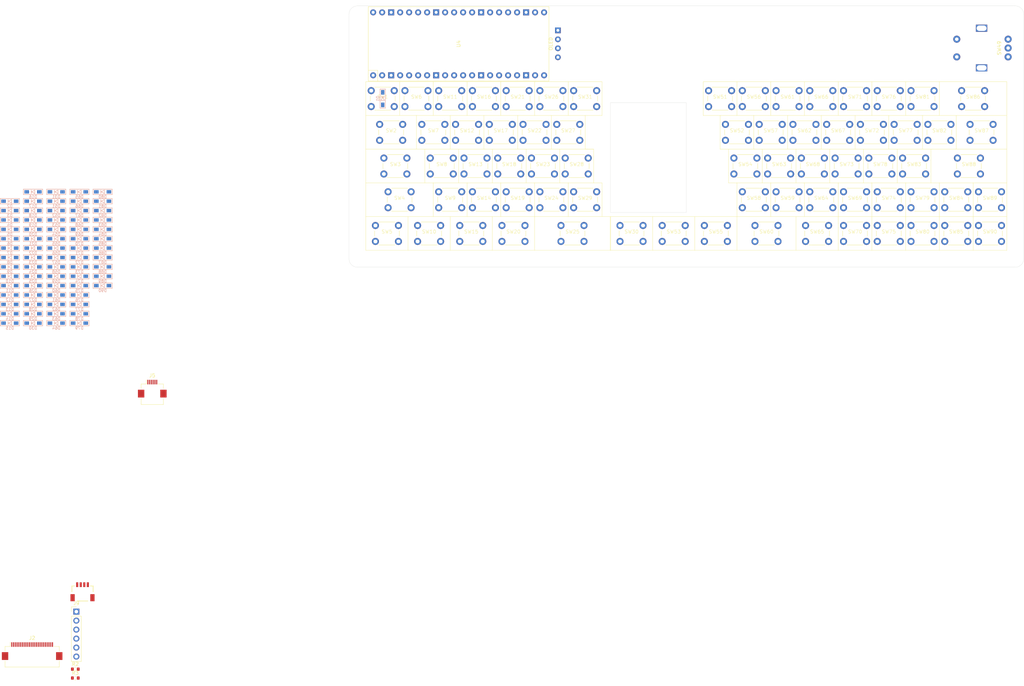
<source format=kicad_pcb>
(kicad_pcb (version 20241229) (generator "pcbnew") (generator_version "9.0")
  (layers (0 "F.Cu" signal) (2 "B.Cu" signal) (13 "F.Paste" user) (15 "B.Paste" user) (5 "F.SilkS" user "F.Silkscreen") (7 "B.SilkS" user "B.Silkscreen") (1 "F.Mask" user) (3 "B.Mask" user) (25 "Edge.Cuts" user))
  (net 0 "")
  (net 1 "Net-(D1-A)")
  (net 2 "Net-(D2-A)")
  (net 3 "Net-(D3-A)")
  (net 4 "Net-(D4-A)")
  (net 5 "Net-(D5-A)")
  (net 6 "Net-(D6-A)")
  (net 7 "Net-(D7-A)")
  (net 8 "Net-(D8-A)")
  (net 9 "Net-(D9-A)")
  (net 10 "Net-(D10-A)")
  (net 11 "Net-(D11-A)")
  (net 12 "Net-(D12-A)")
  (net 13 "Net-(D13-A)")
  (net 14 "Net-(D14-A)")
  (net 15 "Net-(D15-A)")
  (net 16 "Net-(D16-A)")
  (net 17 "Net-(D17-A)")
  (net 18 "Net-(D18-A)")
  (net 19 "Net-(D19-A)")
  (net 20 "Net-(D20-A)")
  (net 21 "Net-(D21-A)")
  (net 22 "Net-(D22-A)")
  (net 23 "Net-(D23-A)")
  (net 24 "Net-(D24-A)")
  (net 25 "Net-(D25-A)")
  (net 26 "Net-(D26-A)")
  (net 27 "Net-(D27-A)")
  (net 28 "Net-(D28-A)")
  (net 29 "Net-(D29-A)")
  (net 30 "Net-(D30-A)")
  (net 31 "Net-(D51-A)")
  (net 32 "Net-(D52-A)")
  (net 33 "Net-(D53-A)")
  (net 34 "Net-(D54-A)")
  (net 35 "Net-(D55-A)")
  (net 36 "Net-(D56-A)")
  (net 37 "Net-(D57-A)")
  (net 38 "Net-(D58-A)")
  (net 39 "Net-(D59-A)")
  (net 40 "Net-(D60-A)")
  (net 41 "Net-(D61-A)")
  (net 42 "Net-(D62-A)")
  (net 43 "Net-(D63-A)")
  (net 44 "Net-(D64-A)")
  (net 45 "Net-(D65-A)")
  (net 46 "Net-(D66-A)")
  (net 47 "Net-(D67-A)")
  (net 48 "Net-(D68-A)")
  (net 49 "Net-(D69-A)")
  (net 50 "Net-(D70-A)")
  (net 51 "COL0_R")
  (net 52 "COL1_R")
  (net 53 "ROW0_R")
  (net 54 "ROW1_R")
  (net 55 "ROW2_R")
  (net 56 "SDA{slash}SCK_R")
  (net 57 "SCL{slash}TX_R")
  (net 58 "ROW3_R")
  (net 59 "ROW4_R")
  (net 60 "GND_R")
  (net 61 "3v3_R")
  (net 62 "VCC_R")
  (net 63 "COL6_R")
  (net 64 "COL7_R")
  (net 65 "COL8_R")
  (net 66 "COL9_R")
  (net 67 "COL10_R")
  (net 68 "COL11_R")
  (net 69 "COL12_R")
  (net 70 "COL13_R")
  (net 71 "Net-(D71-A)")
  (net 72 "Net-(D72-A)")
  (net 73 "Net-(D73-A)")
  (net 74 "COL1_GP16_R")
  (net 75 "COL0_GP17_R")
  (net 76 "COL5_R")
  (net 77 "GP07_RE_B_R")
  (net 78 "COL4_R")
  (net 79 "COL3_R")
  (net 80 "GP04_RE_A_R")
  (net 81 "COL2_R")
  (net 82 "Net-(D31-A)")
  (net 83 "GP00_R")
  (net 84 "GP03_R")
  (net 85 "GP02_R")
  (net 88 "Net-(D88-A)")
  (net 89 "Net-(D90-A)")
  (net 90 "Net-(D89-A)")
  (net 91 "Net-(D87-A)")
  (net 92 "Net-(D86-A)")
  (net 93 "Net-(D85-A)")
  (net 94 "Net-(D84-A)")
  (net 95 "Net-(D83-A)")
  (net 96 "Net-(D82-A)")
  (net 97 "Net-(D81-A)")
  (net 98 "Net-(D80-A)")
  (net 99 "Net-(D79-A)")
  (net 100 "Net-(D78-A)")
  (net 101 "Net-(D77-A)")
  (net 102 "Net-(D76-A)")
  (net 103 "Net-(D75-A)")
  (net 104 "Net-(D74-A)")
  (footprint "Rikkodo_FootPrint:rkd_pushsw_1u" (layer "F.Cu") (at 66.675 66.675)
    (property "Reference" "SW17" (at 0 -0.5 0) (layer "F.SilkS") (effects (font (thickness 0.1))))
    (property "Value" "SW_Push" (hide yes))
    (pad "1" thru_hole circle (at -3.25 -2.25 90) (size 2 2) (drill 1.1) (layers "*.Cu" "*.Mask") (net 17 "Net-(D17-A)"))
    (pad "1" thru_hole circle (at 3.25 -2.25 90) (size 2 2) (drill 1.1) (layers "*.Cu" "*.Mask") (net 17 "Net-(D17-A)"))
    (pad "2" thru_hole circle (at -3.25 2.25 90) (size 2 2) (drill 1.1) (layers "*.Cu" "*.Mask") (net 79 "COL3_R"))
    (pad "2" thru_hole circle (at 3.25 2.25 90) (size 2 2) (drill 1.1) (layers "*.Cu" "*.Mask") (net 79 "COL3_R"))
  )
  (footprint "kbd_Parts:Diode_SMD" (layer "F.Cu") (at -52.290706 96.736123)
    (property "Reference" "D70" (at 0 1.4 0) (layer "B.SilkS") (effects (font (size 0.8 0.8) (thickness 0.125)) (justify mirror)))
    (property "Value" "D" (hide yes))
    (pad "1" smd rect (at -1.775 0) (size 1.3 0.95) (layers "B.Cu" "B.Mask" "B.Paste") (net 59 "ROW4_R"))
    (pad "2" smd rect (at 1.775 0) (size 1.3 0.95) (layers "B.Cu" "B.Mask" "B.Paste") (net 50 "Net-(D70-A)"))
  )
  (footprint "kbd_Hole:m2_Screw_Hole" (layer "F.Cu") (at 121.44375 33.3375)
    (property "Reference" "Ref**")
    (property "Value" "Val**")
    (pad "" np_thru_hole circle (at 0 0) (size 2.2 2.2) (drill 2.2) (layers "*.Cu" "*.Mask"))
  )
  (footprint "kbd_Parts:Diode_SMD" (layer "F.Cu") (at -65.390706 83.486123)
    (property "Reference" "D16" (at 0 1.4 0) (layer "B.SilkS") (effects (font (size 0.8 0.8) (thickness 0.125)) (justify mirror)))
    (property "Value" "D" (hide yes))
    (pad "1" smd rect (at -1.775 0) (size 1.3 0.95) (layers "B.Cu" "B.Mask" "B.Paste") (net 53 "ROW0_R"))
    (pad "2" smd rect (at 1.775 0) (size 1.3 0.95) (layers "B.Cu" "B.Mask" "B.Paste") (net 16 "Net-(D16-A)"))
  )
  (footprint "kbd_Parts:Diode_SMD" (layer "F.Cu") (at -52.290706 91.436123)
    (property "Reference" "D68" (at 0 1.4 0) (layer "B.SilkS") (effects (font (size 0.8 0.8) (thickness 0.125)) (justify mirror)))
    (property "Value" "D" (hide yes))
    (pad "1" smd rect (at -1.775 0) (size 1.3 0.95) (layers "B.Cu" "B.Mask" "B.Paste") (net 55 "ROW2_R"))
    (pad "2" smd rect (at 1.775 0) (size 1.3 0.95) (layers "B.Cu" "B.Mask" "B.Paste") (net 48 "Net-(D68-A)"))
  )
  (footprint "kbd_Parts:Diode_SMD" (layer "F.Cu") (at -71.940706 115.286123)
    (property "Reference" "D13" (at 0 1.4 0) (layer "B.SilkS") (effects (font (size 0.8 0.8) (thickness 0.125)) (justify mirror)))
    (property "Value" "D" (hide yes))
    (pad "1" smd rect (at -1.775 0) (size 1.3 0.95) (layers "B.Cu" "B.Mask" "B.Paste") (net 55 "ROW2_R"))
    (pad "2" smd rect (at 1.775 0) (size 1.3 0.95) (layers "B.Cu" "B.Mask" "B.Paste") (net 13 "Net-(D13-A)"))
  )
  (footprint "kbd_Parts:Diode_SMD" (layer "F.Cu") (at -52.290706 86.136123)
    (property "Reference" "D66" (at 0 1.4 0) (layer "B.SilkS") (effects (font (size 0.8 0.8) (thickness 0.125)) (justify mirror)))
    (property "Value" "D" (hide yes))
    (pad "1" smd rect (at -1.775 0) (size 1.3 0.95) (layers "B.Cu" "B.Mask" "B.Paste") (net 53 "ROW0_R"))
    (pad "2" smd rect (at 1.775 0) (size 1.3 0.95) (layers "B.Cu" "B.Mask" "B.Paste") (net 46 "Net-(D66-A)"))
  )
  (footprint "Rikkodo_FootPrint:rkd_pushsw_1u" (layer "F.Cu") (at 80.9625 85.725)
    (property "Reference" "SW24" (at 0 -0.5 0) (layer "F.SilkS") (effects (font (thickness 0.1))))
    (property "Value" "SW_Push" (hide yes))
    (pad "1" thru_hole circle (at -3.25 -2.25 90) (size 2 2) (drill 1.1) (layers "*.Cu" "*.Mask") (net 24 "Net-(D24-A)"))
    (pad "1" thru_hole circle (at 3.25 -2.25 90) (size 2 2) (drill 1.1) (layers "*.Cu" "*.Mask") (net 24 "Net-(D24-A)"))
    (pad "2" thru_hole circle (at -3.25 2.25 90) (size 2 2) (drill 1.1) (layers "*.Cu" "*.Mask") (net 78 "COL4_R"))
    (pad "2" thru_hole circle (at 3.25 2.25 90) (size 2 2) (drill 1.1) (layers "*.Cu" "*.Mask") (net 78 "COL4_R"))
  )
  (footprint "Rikkodo_FootPrint:rkd_pushsw_1.25u" (layer "F.Cu") (at 70.246875 95.25)
    (property "Reference" "SW20" (at 0 -0.5 0) (layer "F.SilkS") (effects (font (thickness 0.1))))
    (property "Value" "SW_Push" (hide yes))
    (pad "1" thru_hole circle (at -3.25 -2.25 90) (size 2 2) (drill 1.1) (layers "*.Cu" "*.Mask") (net 20 "Net-(D20-A)"))
    (pad "1" thru_hole circle (at 3.25 -2.25 90) (size 2 2) (drill 1.1) (layers "*.Cu" "*.Mask") (net 20 "Net-(D20-A)"))
    (pad "2" thru_hole circle (at -3.25 2.25 90) (size 2 2) (drill 1.1) (layers "*.Cu" "*.Mask") (net 79 "COL3_R"))
    (pad "2" thru_hole circle (at 3.25 2.25 90) (size 2 2) (drill 1.1) (layers "*.Cu" "*.Mask") (net 79 "COL3_R"))
  )
  (footprint "Rikkodo_FootPrint:rkd_pushsw_2.25u" (layer "F.Cu") (at 198.834375 76.2)
    (property "Reference" "SW88" (at 0 -0.5 0) (layer "F.SilkS") (effects (font (thickness 0.1))))
    (property "Value" "SW_Push" (hide yes))
    (pad "1" thru_hole circle (at -3.25 -2.25 90) (size 2 2) (drill 1.1) (layers "*.Cu" "*.Mask") (net 88 "Net-(D88-A)"))
    (pad "1" thru_hole circle (at 3.25 -2.25 90) (size 2 2) (drill 1.1) (layers "*.Cu" "*.Mask") (net 88 "Net-(D88-A)"))
    (pad "2" thru_hole circle (at -3.25 2.25 90) (size 2 2) (drill 1.1) (layers "*.Cu" "*.Mask") (net 70 "COL13_R"))
    (pad "2" thru_hole circle (at 3.25 2.25 90) (size 2 2) (drill 1.1) (layers "*.Cu" "*.Mask") (net 70 "COL13_R"))
  )
  (footprint "kbd_Parts:Diode_SMD" (layer "F.Cu") (at -58.840706 88.786123)
    (property "Reference" "D52" (at 0 1.4 0) (layer "B.SilkS") (effects (font (size 0.8 0.8) (thickness 0.125)) (justify mirror)))
    (property "Value" "D" (hide yes))
    (pad "1" smd rect (at -1.775 0) (size 1.3 0.95) (layers "B.Cu" "B.Mask" "B.Paste") (net 54 "ROW1_R"))
    (pad "2" smd rect (at 1.775 0) (size 1.3 0.95) (layers "B.Cu" "B.Mask" "B.Paste") (net 32 "Net-(D52-A)"))
  )
  (footprint "kbd_Hole:m2_Screw_Hole" (layer "F.Cu") (at 97.63125 33.3375)
    (property "Reference" "Ref**")
    (property "Value" "Val**")
    (pad "" np_thru_hole circle (at 0 0) (size 2.2 2.2) (drill 2.2) (layers "*.Cu" "*.Mask"))
  )
  (footprint "kbd_Parts:Diode_SMD" (layer "F.Cu") (at -58.840706 83.486123)
    (property "Reference" "D31" (at 0 1.4 0) (layer "B.SilkS") (effects (font (size 0.8 0.8) (thickness 0.125)) (justify mirror)))
    (property "Value" "D" (hide yes))
    (pad "1" smd rect (at -1.775 0) (size 1.3 0.95) (layers "B.Cu" "B.Mask" "B.Paste") (net 53 "ROW0_R"))
    (pad "2" smd rect (at 1.775 0) (size 1.3 0.95) (layers "B.Cu" "B.Mask" "B.Paste") (net 82 "Net-(D31-A)"))
  )
  (footprint "Rikkodo_FootPrint:rkd_pushsw_1u" (layer "F.Cu") (at 195.2625 95.25)
    (property "Reference" "SW85" (at 0 -0.5 0) (layer "F.SilkS") (effects (font (thickness 0.1))))
    (property "Value" "SW_Push" (hide yes))
    (pad "1" thru_hole circle (at -3.25 -2.25 90) (size 2 2) (drill 1.1) (layers "*.Cu" "*.Mask") (net 93 "Net-(D85-A)"))
    (pad "1" thru_hole circle (at 3.25 -2.25 90) (size 2 2) (drill 1.1) (layers "*.Cu" "*.Mask") (net 93 "Net-(D85-A)"))
    (pad "2" thru_hole circle (at -3.25 2.25 90) (size 2 2) (drill 1.1) (layers "*.Cu" "*.Mask") (net 69 "COL12_R"))
    (pad "2" thru_hole circle (at 3.25 2.25 90) (size 2 2) (drill 1.1) (layers "*.Cu" "*.Mask") (net 69 "COL12_R"))
  )
  (footprint "kbd_Parts:Diode_SMD" (layer "F.Cu") (at -58.840706 112.636123)
    (property "Reference" "D61" (at 0 1.4 0) (layer "B.SilkS") (effects (font (size 0.8 0.8) (thickness 0.125)) (justify mirror)))
    (property "Value" "D" (hide yes))
    (pad "1" smd rect (at -1.775 0) (size 1.3 0.95) (layers "B.Cu" "B.Mask" "B.Paste") (net 53 "ROW0_R"))
    (pad "2" smd rect (at 1.775 0) (size 1.3 0.95) (layers "B.Cu" "B.Mask" "B.Paste") (net 41 "Net-(D61-A)"))
  )
  (footprint "kbd_Parts:Diode_SMD" (layer "F.Cu") (at -71.940706 120.586123)
    (property "Reference" "D15" (at 0 1.4 0) (layer "B.SilkS") (effects (font (size 0.8 0.8) (thickness 0.125)) (justify mirror)))
    (property "Value" "D" (hide yes))
    (pad "1" smd rect (at -1.775 0) (size 1.3 0.95) (layers "B.Cu" "B.Mask" "B.Paste") (net 59 "ROW4_R"))
    (pad "2" smd rect (at 1.775 0) (size 1.3 0.95) (layers "B.Cu" "B.Mask" "B.Paste") (net 15 "Net-(D15-A)"))
  )
  (footprint "kbd_Parts:Diode_SMD" (layer "F.Cu") (at -58.840706 120.586123)
    (property "Reference" "D64" (at 0 1.4 0) (layer "B.SilkS") (effects (font (size 0.8 0.8) (thickness 0.125)) (justify mirror)))
    (property "Value" "D" (hide yes))
    (pad "1" smd rect (at -1.775 0) (size 1.3 0.95) (layers "B.Cu" "B.Mask" "B.Paste") (net 58 "ROW3_R"))
    (pad "2" smd rect (at 1.775 0) (size 1.3 0.95) (layers "B.Cu" "B.Mask" "B.Paste") (net 44 "Net-(D64-A)"))
  )
  (footprint "SparkFun-Connector:JST_SMD_1.0mm-4_Black" (layer "F.Cu") (at -51.420706 194.485123)
    (property "Reference" "J53")
    (property "Value" "Qwiic_RA")
    (pad "1" smd rect (at -1.5 0) (size 0.6 1.35) (layers "F.Cu" "F.Mask" "F.Paste") (net 60 "GND_R"))
    (pad "2" smd rect (at -0.5 0) (size 0.6 1.35) (layers "F.Cu" "F.Mask" "F.Paste") (net 61 "3v3_R"))
    (pad "3" smd rect (at 0.5 0) (size 0.6 1.35) (layers "F.Cu" "F.Mask" "F.Paste") (net 56 "SDA{slash}SCK_R"))
    (pad "4" smd rect (at 1.5 0) (size 0.6 1.35) (layers "F.Cu" "F.Mask" "F.Paste") (net 57 "SCL{slash}TX_R"))
    (pad "NC1" smd rect (at 2.8 3.675) (size 1.2 2) (layers "F.Cu" "F.Mask" "F.Paste"))
    (pad "NC2" smd rect (at -2.8 3.675) (size 1.2 2) (layers "F.Cu" "F.Mask" "F.Paste"))
  )
  (footprint "kbd_Parts:Diode_SMD" (layer "F.Cu") (at -71.940706 88.786123)
    (property "Reference" "D3" (at 0 1.4 0) (layer "B.SilkS") (effects (font (size 0.8 0.8) (thickness 0.125)) (justify mirror)))
    (property "Value" "D" (hide yes))
    (pad "1" smd rect (at -1.775 0) (size 1.3 0.95) (layers "B.Cu" "B.Mask" "B.Paste") (net 55 "ROW2_R"))
    (pad "2" smd rect (at 1.775 0) (size 1.3 0.95) (layers "B.Cu" "B.Mask" "B.Paste") (net 3 "Net-(D3-A)"))
  )
  (footprint "Rikkodo_FootPrint:rkd_pushsw_1u" (layer "F.Cu") (at 90.4875 85.725)
    (property "Reference" "SW29" (at 0 -0.5 0) (layer "F.SilkS") (effects (font (thickness 0.1))))
    (property "Value" "SW_Push" (hide yes))
    (pad "1" thru_hole circle (at -3.25 -2.25 90) (size 2 2) (drill 1.1) (layers "*.Cu" "*.Mask") (net 29 "Net-(D29-A)"))
    (pad "1" thru_hole circle (at 3.25 -2.25 90) (size 2 2) (drill 1.1) (layers "*.Cu" "*.Mask") (net 29 "Net-(D29-A)"))
    (pad "2" thru_hole circle (at -3.25 2.25 90) (size 2 2) (drill 1.1) (layers "*.Cu" "*.Mask") (net 76 "COL5_R"))
    (pad "2" thru_hole circle (at 3.25 2.25 90) (size 2 2) (drill 1.1) (layers "*.Cu" "*.Mask") (net 76 "COL5_R"))
  )
  (footprint "Rikkodo_FootPrint:rkd_pushsw_1.25u" (layer "F.Cu") (at 46.434375 95.25)
    (property "Reference" "SW10" (at 0 -0.5 0) (layer "F.SilkS") (effects (font (thickness 0.1))))
    (property "Value" "SW_Push" (hide yes))
    (pad "1" thru_hole circle (at -3.25 -2.25 90) (size 2 2) (drill 1.1) (layers "*.Cu" "*.Mask") (net 10 "Net-(D10-A)"))
    (pad "1" thru_hole circle (at 3.25 -2.25 90) (size 2 2) (drill 1.1) (layers "*.Cu" "*.Mask") (net 10 "Net-(D10-A)"))
    (pad "2" thru_hole circle (at -3.25 2.25 90) (size 2 2) (drill 1.1) (layers "*.Cu" "*.Mask") (net 52 "COL1_R"))
    (pad "2" thru_hole circle (at 3.25 2.25 90) (size 2 2) (drill 1.1) (layers "*.Cu" "*.Mask") (net 52 "COL1_R"))
  )
  (footprint "kbd_Parts:Diode_SMD" (layer "F.Cu") (at -71.940706 109.986123)
    (property "Reference" "D11" (at 0 1.4 0) (layer "B.SilkS") (effects (font (size 0.8 0.8) (thickness 0.125)) (justify mirror)))
    (property "Value" "D" (hide yes))
    (pad "1" smd rect (at -1.775 0) (size 1.3 0.95) (layers "B.Cu" "B.Mask" "B.Paste") (net 53 "ROW0_R"))
    (pad "2" smd rect (at 1.775 0) (size 1.3 0.95) (layers "B.Cu" "B.Mask" "B.Paste") (net 11 "Net-(D11-A)"))
  )
  (footprint "Rikkodo_FootPrint:rkd_pushsw_1u" (layer "F.Cu") (at 42.8625 57.15)
    (property "Reference" "SW6" (at 0 -0.5 0) (layer "F.SilkS") (effects (font (thickness 0.1))))
    (property "Value" "SW_Push" (hide yes))
    (pad "1" thru_hole circle (at -3.25 -2.25 90) (size 2 2) (drill 1.1) (layers "*.Cu" "*.Mask") (net 6 "Net-(D6-A)"))
    (pad "1" thru_hole circle (at 3.25 -2.25 90) (size 2 2) (drill 1.1) (layers "*.Cu" "*.Mask") (net 6 "Net-(D6-A)"))
    (pad "2" thru_hole circle (at -3.25 2.25 90) (size 2 2) (drill 1.1) (layers "*.Cu" "*.Mask") (net 52 "COL1_R"))
    (pad "2" thru_hole circle (at 3.25 2.25 90) (size 2 2) (drill 1.1) (layers "*.Cu" "*.Mask") (net 52 "COL1_R"))
  )
  (footprint "kbd_Parts:Diode_SMD" (layer "F.Cu") (at -71.940706 104.686123)
    (property "Reference" "D9" (at 0 1.4 0) (layer "B.SilkS") (effects (font (size 0.8 0.8) (thickness 0.125)) (justify mirror)))
    (property "Value" "D" (hide yes))
    (pad "1" smd rect (at -1.775 0) (size 1.3 0.95) (layers "B.Cu" "B.Mask" "B.Paste") (net 58 "ROW3_R"))
    (pad "2" smd rect (at 1.775 0) (size 1.3 0.95) (layers "B.Cu" "B.Mask" "B.Paste") (net 9 "Net-(D9-A)"))
  )
  (footprint "kbd_Parts:Diode_SMD" (layer "F.Cu") (at -58.840706 117.936123)
    (property "Reference" "D63" (at 0 1.4 0) (layer "B.SilkS") (effects (font (size 0.8 0.8) (thickness 0.125)) (justify mirror)))
    (property "Value" "D" (hide yes))
    (pad "1" smd rect (at -1.775 0) (size 1.3 0.95) (layers "B.Cu" "B.Mask" "B.Paste") (net 55 "ROW2_R"))
    (pad "2" smd rect (at 1.775 0) (size 1.3 0.95) (layers "B.Cu" "B.Mask" "B.Paste") (net 43 "Net-(D63-A)"))
  )
  (footprint "Rikkodo_FootPrint:rkd_pushsw_1u" (layer "F.Cu") (at 69.05625 76.2)
    (property "Reference" "SW18" (at 0 -0.5 0) (layer "F.SilkS") (effects (font (thickness 0.1))))
    (property "Value" "SW_Push" (hide yes))
    (pad "1" thru_hole circle (at -3.25 -2.25 90) (size 2 2) (drill 1.1) (layers "*.Cu" "*.Mask") (net 18 "Net-(D18-A)"))
    (pad "1" thru_hole circle (at 3.25 -2.25 90) (size 2 2) (drill 1.1) (layers "*.Cu" "*.Mask") (net 18 "Net-(D18-A)"))
    (pad "2" thru_hole circle (at -3.25 2.25 90) (size 2 2) (drill 1.1) (layers "*.Cu" "*.Mask") (net 79 "COL3_R"))
    (pad "2" thru_hole circle (at 3.25 2.25 90) (size 2 2) (drill 1.1) (layers "*.Cu" "*.Mask") (net 79 "COL3_R"))
  )
  (footprint "kbd_Parts:Diode_SMD" (layer "F.Cu") (at -71.940706 91.436123)
    (property "Reference" "D4" (at 0 1.4 0) (layer "B.SilkS") (effects (font (size 0.8 0.8) (thickness 0.125)) (justify mirror)))
    (property "Value" "D" (hide yes))
    (pad "1" smd rect (at -1.775 0) (size 1.3 0.95) (layers "B.Cu" "B.Mask" "B.Paste") (net 58 "ROW3_R"))
    (pad "2" smd rect (at 1.775 0) (size 1.3 0.95) (layers "B.Cu" "B.Mask" "B.Paste") (net 4 "Net-(D4-A)"))
  )
  (footprint "kbd_Hole:m2_Screw_Hole" (layer "F.Cu") (at 121.44375 54.76875)
    (property "Reference" "Ref**")
    (property "Value" "Val**")
    (pad "" np_thru_hole circle (at 0 0) (size 2.2 2.2) (drill 2.2) (layers "*.Cu" "*.Mask"))
  )
  (footprint "kbd_Parts:Diode_SMD" (layer "F.Cu") (at -65.390706 117.936123)
    (property "Reference" "D29" (at 0 1.4 0) (layer "B.SilkS") (effects (font (size 0.8 0.8) (thickness 0.125)) (justify mirror)))
    (property "Value" "D" (hide yes))
    (pad "1" smd rect (at -1.775 0) (size 1.3 0.95) (layers "B.Cu" "B.Mask" "B.Paste") (net 58 "ROW3_R"))
    (pad "2" smd rect (at 1.775 0) (size 1.3 0.95) (layers "B.Cu" "B.Mask" "B.Paste") (net 29 "Net-(D29-A)"))
  )
  (footprint "kbd_Parts:Diode_SMD" (layer "F.Cu") (at -52.290706 115.286123)
    (property "Reference" "D77" (at 0 1.4 0) (layer "B.SilkS") (effects (font (size 0.8 0.8) (thickness 0.125)) (justify mirror)))
    (property "Value" "D" (hide yes))
    (pad "1" smd rect (at -1.775 0) (size 1.3 0.95) (layers "B.Cu" "B.Mask" "B.Paste") (net 54 "ROW1_R"))
    (pad "2" smd rect (at 1.775 0) (size 1.3 0.95) (layers "B.Cu" "B.Mask" "B.Paste") (net 101 "Net-(D77-A)"))
  )
  (footprint "Rikkodo_FootPrint:rkd_pushsw_1u" (layer "F.Cu") (at 52.3875 57.15)
    (property "Reference" "SW11" (at 0 -0.5 0) (layer "F.SilkS") (effects (font (thickness 0.1))))
    (property "Value" "SW_Push" (hide yes))
    (pad "1" thru_hole circle (at -3.25 -2.25 90) (size 2 2) (drill 1.1) (layers "*.Cu" "*.Mask") (net 11 "Net-(D11-A)"))
    (pad "1" thru_hole circle (at 3.25 -2.25 90) (size 2 2) (drill 1.1) (layers "*.Cu" "*.Mask") (net 11 "Net-(D11-A)"))
    (pad "2" thru_hole circle (at -3.25 2.25 90) (size 2 2) (drill 1.1) (layers "*.Cu" "*.Mask") (net 81 "COL2_R"))
    (pad "2" thru_hole circle (at 3.25 2.25 90) (size 2 2) (drill 1.1) (layers "*.Cu" "*.Mask") (net 81 "COL2_R"))
  )
  (footprint "kbd_Parts:Diode_SMD" (layer "F.Cu") (at 33.3375 57.15 -90)
    (property "Reference" "D1" (at 0 1.4 90) (layer "B.SilkS") (effects (font (size 0.8 0.8) (thickness 0.125)) (justify mirror)))
    (property "Value" "D" (hide yes))
    (pad "1" smd rect (at -1.775 0 270) (size 1.3 0.95) (layers "B.Cu" "B.Mask" "B.Paste") (net 53 "ROW0_R"))
    (pad "2" smd rect (at 1.775 0 270) (size 1.3 0.95) (layers "B.Cu" "B.Mask" "B.Paste") (net 1 "Net-(D1-A)"))
  )
  (footprint "BrownSugar_KBD:OLED_center_display" (layer "F.Cu") (at 64.29375 41.671875 90)
    (property "Reference" "OL2")
    (property "Value" "OLED")
    (fp_text user "OLED" (at 0 16.5 90) (layer "F.SilkS"))
    (pad "1" thru_hole circle (at -3.81 18.5 90) (size 1.62 1.62) (drill 0.82) (layers "*.Cu" "*.Mask") (net 56 "SDA{slash}SCK_R"))
    (pad "2" thru_hole circle (at -1.27 18.5 90) (size 1.62 1.62) (drill 0.82) (layers "*.Cu" "*.Mask") (net 57 "SCL{slash}TX_R"))
    (pad "3" thru_hole circle (at 1.27 18.5 90) (size 1.62 1.62) (drill 0.82) (layers "*.Cu" "*.Mask") (net 61 "3v3_R"))
    (pad "4" thru_hole rect (at 3.81 18.5 90) (size 1.62 1.62) (drill 0.82) (layers "*.Cu" "*.Mask") (net 60 "GND_R"))
  )
  (footprint "Rikkodo_FootPrint:rkd_pushsw_1u" (layer "F.Cu") (at 71.4375 57.15)
    (property "Reference" "SW21" (at 0 -0.5 0) (layer "F.SilkS") (effects (font (thickness 0.1))))
    (property "Value" "SW_Push" (hide yes))
    (pad "1" thru_hole circle (at -3.25 -2.25 90) (size 2 2) (drill 1.1) (layers "*.Cu" "*.Mask") (net 21 "Net-(D21-A)"))
    (pad "1" thru_hole circle (at 3.25 -2.25 90) (size 2 2) (drill 1.1) (layers "*.Cu" "*.Mask") (net 21 "Net-(D21-A)"))
    (pad "2" thru_hole circle (at -3.25 2.25 90) (size 2 2) (drill 1.1) (layers "*.Cu" "*.Mask") (net 78 "COL4_R"))
    (pad "2" thru_hole circle (at 3.25 2.25 90) (size 2 2) (drill 1.1) (layers "*.Cu" "*.Mask") (net 78 "COL4_R"))
  )
  (footprint "Rikkodo_FootPrint:rkd_pushsw_1u" (layer "F.Cu") (at 52.3875 85.725)
    (property "Reference" "SW9" (at 0 -0.5 0) (layer "F.SilkS") (effects (font (thickness 0.1))))
    (property "Value" "SW_Push" (hide yes))
    (pad "1" thru_hole circle (at -3.25 -2.25 90) (size 2 2) (drill 1.1) (layers "*.Cu" "*.Mask") (net 9 "Net-(D9-A)"))
    (pad "1" thru_hole circle (at 3.25 -2.25 90) (size 2 2) (drill 1.1) (layers "*.Cu" "*.Mask") (net 9 "Net-(D9-A)"))
    (pad "2" thru_hole circle (at -3.25 2.25 90) (size 2 2) (drill 1.1) (layers "*.Cu" "*.Mask") (net 52 "COL1_R"))
    (pad "2" thru_hole circle (at 3.25 2.25 90) (size 2 2) (drill 1.1) (layers "*.Cu" "*.Mask") (net 52 "COL1_R"))
  )
  (footprint "kbd_Parts:Diode_SMD" (layer "F.Cu") (at -58.840706 109.986123)
    (property "Reference" "D60" (at 0 1.4 0) (layer "B.SilkS") (effects (font (size 0.8 0.8) (thickness 0.125)) (justify mirror)))
    (property "Value" "D" (hide yes))
    (pad "1" smd rect (at -1.775 0) (size 1.3 0.95) (layers "B.Cu" "B.Mask" "B.Paste") (net 59 "ROW4_R"))
    (pad "2" smd rect (at 1.775 0) (size 1.3 0.95) (layers "B.Cu" "B.Mask" "B.Paste") (net 40 "Net-(D60-A)"))
  )
  (footprint "Rikkodo_FootPrint:rkd_pushsw_1.25u" (layer "F.Cu") (at 155.971875 95.25)
    (property "Reference" "SW65" (at 0 -0.5 0) (layer "F.SilkS") (effects (font (thickness 0.1))))
    (property "Value" "SW_Push" (hide yes))
    (pad "1" thru_hole circle (at -3.25 -2.25 90) (size 2 2) (drill 1.1) (layers "*.Cu" "*.Mask") (net 45 "Net-(D65-A)"))
    (pad "1" thru_hole circle (at 3.25 -2.25 90) (size 2 2) (drill 1.1) (layers "*.Cu" "*.Mask") (net 45 "Net-(D65-A)"))
    (pad "2" thru_hole circle (at -3.25 2.25 90) (size 2 2) (drill 1.1) (layers "*.Cu" "*.Mask") (net 65 "COL8_R"))
    (pad "2" thru_hole circle (at 3.25 2.25 90) (size 2 2) (drill 1.1) (layers "*.Cu" "*.Mask") (net 65 "COL8_R"))
  )
  (footprint "Rikkodo_FootPrint:rkd_Point_Hall" (layer "F.Cu") (at 108.346875 73.81875)
    (property "Reference" "Point1" (hide yes))
    (property "Value" "PointHall" (hide yes))
    (fp_line (start -10.715625 15.478125) (end -10.715625 -15.478125) (stroke (width 0.05)) (layer "Edge.Cuts"))
    (fp_line (start 10.715625 -15.478125) (end -10.715625 -15.478125) (stroke (width 0.05)) (layer "Edge.Cuts"))
    (fp_line (start 10.715625 -15.478125) (end 10.715625 15.478125) (stroke (width 0.05)) (layer "Edge.Cuts"))
    (fp_line (start 10.715625 15.478125) (end -10.715625 15.478125) (stroke (width 0.05)) (layer "Edge.Cuts"))
  )
  (footprint "Rikkodo_FootPrint:rkd_RPi_Pico_TH_NODBG" (layer "F.Cu") (at 54.76875 41.671875 90)
    (property "Reference" "U4" (at 0 0 90) (layer "F.SilkS"))
    (property "Value" "Pico")
    (pad "1" thru_hole oval (at -8.89 -24.13 90) (size 1.7 1.7) (drill 0.85) (layers "*.Cu" "*.Mask") (net 83 "GP00_R"))
    (pad "2" thru_hole oval (at -8.89 -21.59 90) (size 1.7 1.7) (drill 0.85) (layers "*.Cu" "*.Mask") (net 70 "COL13_R"))
    (pad "3" thru_hole rect (at -8.89 -19.05 90) (size 1.7 1.7) (drill 0.85) (layers "*.Cu" "*.Mask") (net 60 "GND_R"))
    (pad "4" thru_hole oval (at -8.89 -16.51 90) (size 1.7 1.7) (drill 0.85) (layers "*.Cu" "*.Mask") (net 85 "GP02_R"))
    (pad "5" thru_hole oval (at -8.89 -13.97 90) (size 1.7 1.7) (drill 0.85) (layers "*.Cu" "*.Mask") (net 84 "GP03_R"))
    (pad "6" thru_hole oval (at -8.89 -11.43 90) (size 1.7 1.7) (drill 0.85) (layers "*.Cu" "*.Mask") (net 80 "GP04_RE_A_R"))
    (pad "7" thru_hole oval (at -8.89 -8.89 90) (size 1.7 1.7) (drill 0.85) (layers "*.Cu" "*.Mask") (net 64 "COL7_R"))
    (pad "8" thru_hole rect (at -8.89 -6.35 90) (size 1.7 1.7) (drill 0.85) (layers "*.Cu" "*.Mask") (net 60 "GND_R"))
    (pad "9" thru_hole oval (at -8.89 -3.81 90) (size 1.7 1.7) (drill 0.85) (layers "*.Cu" "*.Mask") (net 63 "COL6_R"))
    (pad "10" thru_hole oval (at -8.89 -1.27 90) (size 1.7 1.7) (drill 0.85) (layers "*.Cu" "*.Mask") (net 77 "GP07_RE_B_R"))
    (pad "11" thru_hole oval (at -8.89 1.27 90) (size 1.7 1.7) (drill 0.85) (layers "*.Cu" "*.Mask") (net 81 "COL2_R"))
    (pad "12" thru_hole oval (at -8.89 3.81 90) (size 1.7 1.7) (drill 0.85) (layers "*.Cu" "*.Mask") (net 79 "COL3_R"))
    (pad "13" thru_hole rect (at -8.89 6.35 90) (size 1.7 1.7) (drill 0.85) (layers "*.Cu" "*.Mask") (net 60 "GND_R"))
    (pad "14" thru_hole oval (at -8.89 8.89 90) (size 1.7 1.7) (drill 0.85) (layers "*.Cu" "*.Mask") (net 78 "COL4_R"))
    (pad "15" thru_hole oval (at -8.89 11.43 90) (size 1.7 1.7) (drill 0.85) (layers "*.Cu" "*.Mask") (net 76 "COL5_R"))
    (pad "16" thru_hole oval (at -8.89 13.97 90) (size 1.7 1.7) (drill 0.85) (layers "*.Cu" "*.Mask") (net 54 "ROW1_R"))
    (pad "17" thru_hole oval (at -8.89 16.51 90) (size 1.7 1.7) (drill 0.85) (layers "*.Cu" "*.Mask") (net 55 "ROW2_R"))
    (pad "18" thru_hole rect (at -8.89 19.05 90) (size 1.7 1.7) (drill 0.85) (layers "*.Cu" "*.Mask") (net 60 "GND_R"))
    (pad "19" thru_hole oval (at -8.89 21.59 90) (size 1.7 1.7) (drill 0.85) (layers "*.Cu" "*.Mask") (net 58 "ROW3_R"))
    (pad "20" thru_hole oval (at -8.89 24.13 90) (size 1.7 1.7) (drill 0.85) (layers "*.Cu" "*.Mask") (net 59 "ROW4_R"))
    (pad "21" thru_hole oval (at 8.89 24.13 90) (size 1.7 1.7) (drill 0.85) (layers "*.Cu" "*.Mask") (net 74 "COL1_GP16_R"))
    (pad "22" thru_hole oval (at 8.89 21.59 90) (size 1.7 1.7) (drill 0.85) (layers "*.Cu" "*.Mask") (net 75 "COL0_GP17_R"))
    (pad "23" thru_hole rect (at 8.89 19.05 90) (size 1.7 1.7) (drill 0.85) (layers "*.Cu" "*.Mask") (net 60 "GND_R"))
    (pad "24" thru_hole oval (at 8.89 16.51 90) (size 1.7 1.7) (drill 0.85) (layers "*.Cu" "*.Mask") (net 56 "SDA{slash}SCK_R"))
    (pad "25" thru_hole oval (at 8.89 13.97 90) (size 1.7 1.7) (drill 0.85) (layers "*.Cu" "*.Mask") (net 57 "SCL{slash}TX_R"))
    (pad "26" thru_hole oval (at 8.89 11.43 90) (size 1.7 1.7) (drill 0.85) (layers "*.Cu" "*.Mask") (net 65 "COL8_R"))
    (pad "27" thru_hole oval (at 8.89 8.89 90) (size 1.7 1.7) (drill 0.85) (layers "*.Cu" "*.Mask") (net 66 "COL9_R"))
    (pad "28" thru_hole rect (at 8.89 6.35 90) (size 1.7 1.7) (drill 0.85) (layers "*.Cu" "*.Mask") (net 60 "GND_R"))
    (pad "29" thru_hole oval (at 8.89 3.81 90) (size 1.7 1.7) (drill 0.85) (layers "*.Cu" "*.Mask") (net 67 "COL10_R"))
    (pad "30" thru_hole oval (at 8.89 1.27 90) (size 1.7 1.7) (drill 0.85) (layers "*.Cu" "*.Mask"))
    (pad "31" thru_hole oval (at 8.89 -1.27 90) (size 1.7 1.7) (drill 0.85) (layers "*.Cu" "*.Mask") (net 68 "COL11_R"))
    (pad "32" thru_hole oval (at 8.89 -3.81 90) (size 1.7 1.7) (drill 0.85) (layers "*.Cu" "*.Mask") (net 69 "COL12_R"))
    (pad "33" thru_hole rect (at 8.89 -6.35 90) (size 1.7 1.7) (drill 0.85) (layers "*.Cu" "*.Mask"))
    (pad "34" thru_hole oval (at 8.89 -8.89 90) (size 1.7 1.7) (drill 0.85) (layers "*.Cu" "*.Mask") (net 53 "ROW0_R"))
    (pad "35" thru_hole oval (at 8.89 -11.43 90) (size 1.7 1.7) (drill 0.85) (layers "*.Cu" "*.Mask"))
    (pad "36" thru_hole oval (at 8.89 -13.97 90) (size 1.7 1.7) (drill 0.85) (layers "*.Cu" "*.Mask") (net 61 "3v3_R"))
    (pad "37" thru_hole oval (at 8.89 -16.51 90) (size 1.7 1.7) (drill 0.85) (layers "*.Cu" "*.Mask"))
    (pad "38" thru_hole rect (at 8.89 -19.05 90) (size 1.7 1.7) (drill 0.85) (layers "*.Cu" "*.Mask") (net 60 "GND_R"))
    (pad "39" thru_hole oval (at 8.89 -21.59 90) (size 1.7 1.7) (drill 0.85) (layers "*.Cu" "*.Mask") (net 62 "VCC_R"))
    (pad "40" thru_hole oval (at 8.89 -24.13 90) (size 1.7 1.7) (drill 0.85) (layers "*.Cu" "*.Mask"))
  )
  (footprint "Rikkodo_FootPrint:rkd_pushsw_1u" (layer "F.Cu") (at 59.53125 76.2)
    (property "Reference" "SW13" (at 0 -0.5 0) (layer "F.SilkS") (effects (font (thickness 0.1))))
    (property "Value" "SW_Push" (hide yes))
    (pad "1" thru_hole circle (at -3.25 -2.25 90) (size 2 2) (drill 1.1) (layers "*.Cu" "*.Mask") (net 13 "Net-(D13-A)"))
    (pad "1" thru_hole circle (at 3.25 -2.25 90) (size 2 2) (drill 1.1) (layers "*.Cu" "*.Mask") (net 13 "Net-(D13-A)"))
    (pad "2" thru_hole circle (at -3.25 2.25 90) (size 2 2) (drill 1.1) (layers "*.Cu" "*.Mask") (net 81 "COL2_R"))
    (pad "2" thru_hole circle (at 3.25 2.25 90) (size 2 2) (drill 1.1) (layers "*.Cu" "*.Mask") (net 81 "COL2_R"))
  )
  (footprint "Connector_FFC-FPC:Hirose_FH12-24S-0.5SH_1x24-1MP_P0.50mm_Horizontal" (layer "F.Cu") (at -65.640706 213.246123)
    (property "Reference" "J2" (at 0 -3.7 0) (layer "F.SilkS"))
    (property "Value" "Conn_01x24")
    (pad "1" smd rect (at -5.75 -1.85) (size 0.3 1.3) (layers "F.Cu" "F.Mask" "F.Paste") (net 59 "ROW4_R"))
    (pad "2" smd rect (at -5.25 -1.85) (size 0.3 1.3) (layers "F.Cu" "F.Mask" "F.Paste") (net 58 "ROW3_R"))
    (pad "3" smd rect (at -4.75 -1.85) (size 0.3 1.3) (layers "F.Cu" "F.Mask" "F.Paste") (net 55 "ROW2_R"))
    (pad "4" smd rect (at -4.25 -1.85) (size 0.3 1.3) (layers "F.Cu" "F.Mask" "F.Paste") (net 54 "ROW1_R"))
    (pad "5" smd rect (at -3.75 -1.85) (size 0.3 1.3) (layers "F.Cu" "F.Mask" "F.Paste") (net 76 "COL5_R"))
    (pad "6" smd rect (at -3.25 -1.85) (size 0.3 1.3) (layers "F.Cu" "F.Mask" "F.Paste") (net 78 "COL4_R"))
    (pad "7" smd rect (at -2.75 -1.85) (size 0.3 1.3) (layers "F.Cu" "F.Mask" "F.Paste") (net 79 "COL3_R"))
    (pad "8" smd rect (at -2.25 -1.85) (size 0.3 1.3) (layers "F.Cu" "F.Mask" "F.Paste") (net 81 "COL2_R"))
    (pad "9" smd rect (at -1.75 -1.85) (size 0.3 1.3) (layers "F.Cu" "F.Mask" "F.Paste") (net 74 "COL1_GP16_R"))
    (pad "10" smd rect (at -1.25 -1.85) (size 0.3 1.3) (layers "F.Cu" "F.Mask" "F.Paste") (net 75 "COL0_GP17_R"))
    (pad "11" smd rect (at -0.75 -1.85) (size 0.3 1.3) (layers "F.Cu" "F.Mask" "F.Paste") (net 56 "SDA{slash}SCK_R"))
    (pad "12" smd rect (at -0.25 -1.85) (size 0.3 1.3) (layers "F.Cu" "F.Mask" "F.Paste") (net 57 "SCL{slash}TX_R"))
    (pad "13" smd rect (at 0.25 -1.85) (size 0.3 1.3) (layers "F.Cu" "F.Mask" "F.Paste") (net 63 "COL6_R"))
    (pad "14" smd rect (at 0.75 -1.85) (size 0.3 1.3) (layers "F.Cu" "F.Mask" "F.Paste") (net 64 "COL7_R"))
    (pad "15" smd rect (at 1.25 -1.85) (size 0.3 1.3) (layers "F.Cu" "F.Mask" "F.Paste") (net 65 "COL8_R"))
    (pad "16" smd rect (at 1.75 -1.85) (size 0.3 1.3) (layers "F.Cu" "F.Mask" "F.Paste") (net 66 "COL9_R"))
    (pad "17" smd rect (at 2.25 -1.85) (size 0.3 1.3) (layers "F.Cu" "F.Mask" "F.Paste") (net 67 "COL10_R"))
    (pad "18" smd rect (at 2.75 -1.85) (size 0.3 1.3) (layers "F.Cu" "F.Mask" "F.Paste") (net 68 "COL11_R"))
    (pad "19" smd rect (at 3.25 -1.85) (size 0.3 1.3) (layers "F.Cu" "F.Mask" "F.Paste") (net 69 "COL12_R"))
    (pad "20" smd rect (at 3.75 -1.85) (size 0.3 1.3) (layers "F.Cu" "F.Mask" "F.Paste") (net 70 "COL13_R"))
    (pad "21" smd rect (at 4.25 -1.85) (size 0.3 1.3) (layers "F.Cu" "F.Mask" "F.Paste") (net 53 "ROW0_R"))
    (pad "22" smd rect (at 4.75 -1.85) (size 0.3 1.3) (layers "F.Cu" "F.Mask" "F.Paste") (net 61 "3v3_R"))
    (pad "23" smd rect (at 5.25 -1.85) (size 0.3 1.3) (layers "F.Cu" "F.Mask" "F.Paste") (net 62 "VCC_R"))
    (pad "24" smd rect (at 5.75 -1.85) (size 0.3 1.3) (layers "F.Cu" "F.Mask" "F.Paste") (net 60 "GND_R"))
    (pad "MP" smd rect (at -7.65 1.4) (size 1.8 2.2) (layers "F.Cu" "F.Mask" "F.Paste"))
    (pad "MP" smd rect (at 7.65 1.4) (size 1.8 2.2) (layers "F.Cu" "F.Mask" "F.Paste"))
  )
  (footprint "kbd_Hole:m2_Screw_Hole" (layer "F.Cu") (at 26.19375 54.76875)
    (property "Reference" "Ref**")
    (property "Value" "Val**")
    (pad "" np_thru_hole circle (at 0 0) (size 2.2 2.2) (drill 2.2) (layers "*.Cu" "*.Mask"))
  )
  (footprint "Rikkodo_FootPrint:rkd_pushsw_1u" (layer "F.Cu") (at 166.6875 57.15)
    (property "Reference" "SW71" (at 0 -0.5 0) (layer "F.SilkS") (effects (font (thickness 0.1))))
    (property "Value" "SW_Push" (hide yes))
    (pad "1" thru_hole circle (at -3.25 -2.25 90) (size 2 2) (drill 1.1) (layers "*.Cu" "*.Mask") (net 71 "Net-(D71-A)"))
    (pad "1" thru_hole circle (at 3.25 -2.25 90) (size 2 2) (drill 1.1) (layers "*.Cu" "*.Mask") (net 71 "Net-(D71-A)"))
    (pad "2" thru_hole circle (at -3.25 2.25 90) (size 2 2) (drill 1.1) (layers "*.Cu" "*.Mask") (net 67 "COL10_R"))
    (pad "2" thru_hole circle (at 3.25 2.25 90) (size 2 2) (drill 1.1) (layers "*.Cu" "*.Mask") (net 67 "COL10_R"))
  )
  (footprint "Rikkodo_FootPrint:rkd_pushsw_1u" (layer "F.Cu") (at 176.2125 57.15)
    (property "Reference" "SW76" (at 0 -0.5 0) (layer "F.SilkS") (effects (font (thickness 0.1))))
    (property "Value" "SW_Push" (hide yes))
    (pad "1" thru_hole circle (at -3.25 -2.25 90) (size 2 2) (drill 1.1) (layers "*.Cu" "*.Mask") (net 102 "Net-(D76-A)"))
    (pad "1" thru_hole circle (at 3.25 -2.25 90) (size 2 2) (drill 1.1) (layers "*.Cu" "*.Mask") (net 102 "Net-(D76-A)"))
    (pad "2" thru_hole circle (at -3.25 2.25 90) (size 2 2) (drill 1.1) (layers "*.Cu" "*.Mask") (net 68 "COL11_R"))
    (pad "2" thru_hole circle (at 3.25 2.25 90) (size 2 2) (drill 1.1) (layers "*.Cu" "*.Mask") (net 68 "COL11_R"))
  )
  (footprint "kbd_Parts:Diode_SMD" (layer "F.Cu") (at -45.740706 91.436123)
    (property "Reference" "D83" (at 0 1.4 0) (layer "B.SilkS") (effects (font (size 0.8 0.8) (thickness 0.125)) (justify mirror)))
    (property "Value" "D" (hide yes))
    (pad "1" smd rect (at -1.775 0) (size 1.3 0.95) (layers "B.Cu" "B.Mask" "B.Paste") (net 55 "ROW2_R"))
    (pad "2" smd rect (at 1.775 0) (size 1.3 0.95) (layers "B.Cu" "B.Mask" "B.Paste") (net 95 "Net-(D83-A)"))
  )
  (footprint "kbd_Parts:Diode_SMD" (layer "F.Cu") (at -52.290706 112.636123)
    (property "Reference" "D76" (at 0 1.4 0) (layer "B.SilkS") (effects (font (size 0.8 0.8) (thickness 0.125)) (justify mirror)))
    (property "Value" "D" (hide yes))
    (pad "1" smd rect (at -1.775 0) (size 1.3 0.95) (layers "B.Cu" "B.Mask" "B.Paste") (net 53 "ROW0_R"))
    (pad "2" smd rect (at 1.775 0) (size 1.3 0.95) (layers "B.Cu" "B.Mask" "B.Paste") (net 102 "Net-(D76-A)"))
  )
  (footprint "kbd_Hole:m2_Screw_Hole" (layer "F.Cu") (at 26.19375 33.3375)
    (property "Reference" "Ref**")
    (property "Value" "Val**")
    (pad "" np_thru_hole circle (at 0 0) (size 2.2 2.2) (drill 2.2) (layers "*.Cu" "*.Mask"))
  )
  (footprint "kbd_Hole:m2_Screw_Hole" (layer "F.Cu") (at 97.63125 54.76875)
    (property "Reference" "Ref**")
    (property "Value" "Val**")
    (pad "" np_thru_hole circle (at 0 0) (size 2.2 2.2) (drill 2.2) (layers "*.Cu" "*.Mask"))
  )
  (footprint "Rikkodo_FootPrint:rkd_pushsw_1u" (layer "F.Cu") (at 152.4 66.675)
    (property "Reference" "SW62" (at 0 -0.5 0) (layer "F.SilkS") (effects (font (thickness 0.1))))
    (property "Value" "SW_Push" (hide yes))
    (pad "1" thru_hole circle (at -3.25 -2.25 90) (size 2 2) (drill 1.1) (layers "*.Cu" "*.Mask") (net 42 "Net-(D62-A)"))
    (pad "1" thru_hole circle (at 3.25 -2.25 90) (size 2 2) (drill 1.1) (layers "*.Cu" "*.Mask") (net 42 "Net-(D62-A)"))
    (pad "2" thru_hole circle (at -3.25 2.25 90) (size 2 2) (drill 1.1) (layers "*.Cu" "*.Mask") (net 65 "COL8_R"))
    (pad "2" thru_hole circle (at 3.25 2.25 90) (size 2 2) (drill 1.1) (layers "*.Cu" "*.Mask") (net 65 "COL8_R"))
  )
  (footprint "Resistor_SMD:R_0603_1608Metric" (layer "F.Cu") (at -53.450706 218.346123)
    (property "Reference" "R2" (at 0 -1.43 0) (layer "F.SilkS"))
    (property "Value" "1kΩ")
    (pad "1" smd roundrect (at -0.825 0) (size 0.8 0.95) (layers "F.Cu" "F.Mask" "F.Paste") (net 61 "3v3_R"))
    (pad "2" smd roundrect (at 0.825 0) (size 0.8 0.95) (layers "F.Cu" "F.Mask" "F.Paste") (net 57 "SCL{slash}TX_R"))
  )
  (footprint "kbd_Parts:Diode_SMD" (layer "F.Cu") (at -45.740706 104.686123)
    (property "Reference" "D88" (at 0 1.4 0) (layer "B.SilkS") (effects (font (size 0.8 0.8) (thickness 0.125)) (justify mirror)))
    (property "Value" "D" (hide yes))
    (pad "1" smd rect (at -1.775 0) (size 1.3 0.95) (layers "B.Cu" "B.Mask" "B.Paste") (net 55 "ROW2_R"))
    (pad "2" smd rect (at 1.775 0) (size 1.3 0.95) (layers "B.Cu" "B.Mask" "B.Paste") (net 88 "Net-(D88-A)"))
  )
  (footprint "kbd_Parts:Diode_SMD" (layer "F.Cu") (at -65.390706 88.786123)
    (property "Reference" "D18" (at 0 1.4 0) (layer "B.SilkS") (effects (font (size 0.8 0.8) (thickness 0.125)) (justify mirror)))
    (property "Value" "D" (hide yes))
    (pad "1" smd rect (at -1.775 0) (size 1.3 0.95) (layers "B.Cu" "B.Mask" "B.Paste") (net 55 "ROW2_R"))
    (pad "2" smd rect (at 1.775 0) (size 1.3 0.95) (layers "B.Cu" "B.Mask" "B.Paste") (net 18 "Net-(D18-A)"))
  )
  (footprint "Rikkodo_FootPrint:rkd_pushsw_1u" (layer "F.Cu") (at 164.30625 76.2)
    (property "Reference" "SW73" (at 0 -0.5 0) (layer "F.SilkS") (effects (font (thickness 0.1))))
    (property "Value" "SW_Push" (hide yes))
    (pad "1" thru_hole circle (at -3.25 -2.25 90) (size 2 2) (drill 1.1) (layers "*.Cu" "*.Mask") (net 73 "Net-(D73-A)"))
    (pad "1" thru_hole circle (at 3.25 -2.25 90) (size 2 2) (drill 1.1) (layers "*.Cu" "*.Mask") (net 73 "Net-(D73-A)"))
    (pad "2" thru_hole circle (at -3.25 2.25 90) (size 2 2) (drill 1.1) (layers "*.Cu" "*.Mask") (net 67 "COL10_R"))
    (pad "2" thru_hole circle (at 3.25 2.25 90) (size 2 2) (drill 1.1) (layers "*.Cu" "*.Mask") (net 67 "COL10_R"))
  )
  (footprint "Connector_PinHeader_2.54mm:PinHeader_1x06_P2.54mm_Vertical" (layer "F.Cu") (at -53.160706 202.096123)
    (property "Reference" "J9" (at 0 -2.38 0) (layer "F.SilkS"))
    (property "Value" "Conn_01x06")
    (pad "1" thru_hole rect (at 0 0) (size 1.7 1.7) (drill 1) (layers "*.Cu" "*.Mask") (net 60 "GND_R"))
    (pad "2" thru_hole circle (at 0 2.54) (size 1.7 1.7) (drill 1) (layers "*.Cu" "*.Mask") (net 60 "GND_R"))
    (pad "3" thru_hole circle (at 0 5.08) (size 1.7 1.7) (drill 1) (layers "*.Cu" "*.Mask") (net 83 "GP00_R"))
    (pad "4" thru_hole circle (at 0 7.62) (size 1.7 1.7) (drill 1) (layers "*.Cu" "*.Mask") (net 85 "GP02_R"))
    (pad "5" thru_hole circle (at 0 10.16) (size 1.7 1.7) (drill 1) (layers "*.Cu" "*.Mask") (net 84 "GP03_R"))
    (pad "6" thru_hole circle (at 0 12.7) (size 1.7 1.7) (drill 1) (layers "*.Cu" "*.Mask") (net 61 "3v3_R"))
  )
  (footprint "Rikkodo_FootPrint:rkd_pushsw_1u" (layer "F.Cu") (at 61.9125 57.15)
    (property "Reference" "SW16" (at 0 -0.5 0) (layer "F.SilkS") (effects (font (thickness 0.1))))
    (property "Value" "SW_Push" (hide yes))
    (pad "1" thru_hole circle (at -3.25 -2.25 90) (size 2 2) (drill 1.1) (layers "*.Cu" "*.Mask") (net 16 "Net-(D16-A)"))
    (pad "1" thru_hole circle (at 3.25 -2.25 90) (size 2 2) (drill 1.1) (layers "*.Cu" "*.Mask") (net 16 "Net-(D16-A)"))
    (pad "2" thru_hole circle (at -3.25 2.25 90) (size 2 2) (drill 1.1) (layers "*.Cu" "*.Mask") (net 79 "COL3_R"))
    (pad "2" thru_hole circle (at 3.25 2.25 90) (size 2 2) (drill 1.1) (layers "*.Cu" "*.Mask") (net 79 "COL3_R"))
  )
  (footprint "Rikkodo_FootPrint:rkd_pushsw_1.25u" (layer "F.Cu") (at 115.490625 95.25)
    (property "Reference" "SW53" (at 0 -0.5 0) (layer "F.SilkS") (effects (font (thickness 0.1))))
    (property "Value" "SW_Push" (hide yes))
    (pad "1" thru_hole circle (at -3.25 -2.25 90) (size 2 2) (drill 1.1) (layers "*.Cu" "*.Mask") (net 33 "Net-(D53-A)"))
    (pad "1" thru_hole circle (at 3.25 -2.25 90) (size 2 2) (drill 1.1) (layers "*.Cu" "*.Mask") (net 33 "Net-(D53-A)"))
    (pad "2" thru_hole circle (at -3.25 2.25 90) (size 2 2) (drill 1.1) (layers "*.Cu" "*.Mask") (net 63 "COL6_R"))
    (pad "2" thru_hole circle (at 3.25 2.25 90) (size 2 2) (drill 1.1) (layers "*.Cu" "*.Mask") (net 63 "COL6_R"))
  )
  (footprint "kbd_Parts:Diode_SMD" (layer "F.Cu") (at -45.740706 109.986123)
    (property "Reference" "D90" (at 0 1.4 0) (layer "B.SilkS") (effects (font (size 0.8 0.8) (thickness 0.125)) (justify mirror)))
    (property "Value" "D" (hide yes))
    (pad "1" smd rect (at -1.775 0) (size 1.3 0.95) (layers "B.Cu" "B.Mask" "B.Paste") (net 59 "ROW4_R"))
    (pad "2" smd rect (at 1.775 0) (size 1.3 0.95) (layers "B.Cu" "B.Mask" "B.Paste") (net 89 "Net-(D90-A)"))
  )
  (footprint "Rikkodo_FootPrint:rkd_pushsw_1u" (layer "F.Cu") (at 185.7375 95.25)
    (property "Reference" "SW80" (at 0 -0.5 0) (layer "F.SilkS") (effects (font (thickness 0.1))))
    (property "Value" "SW_Push" (hide yes))
    (pad "1" thru_hole circle (at -3.25 -2.25 90) (size 2 2) (drill 1.1) (layers "*.Cu" "*.Mask") (net 98 "Net-(D80-A)"))
    (pad "1" thru_hole circle (at 3.25 -2.25 90) (size 2 2) (drill 1.1) (layers "*.Cu" "*.Mask") (net 98 "Net-(D80-A)"))
    (pad "2" thru_hole circle (at -3.25 2.25 90) (size 2 2) (drill 1.1) (layers "*.Cu" "*.Mask") (net 68 "COL11_R"))
    (pad "2" thru_hole circle (at 3.25 2.25 90) (size 2 2) (drill 1.1) (layers "*.Cu" "*.Mask") (net 68 "COL11_R"))
  )
  (footprint "Rikkodo_FootPrint:rkd_pushsw_1u" (layer "F.Cu") (at 166.6875 85.725)
    (property "Reference" "SW69" (at 0 -0.5 0) (layer "F.SilkS") (effects (font (thickness 0.1))))
    (property "Value" "SW_Push" (hide yes))
    (pad "1" thru_hole circle (at -3.25 -2.25 90) (size 2 2) (drill 1.1) (layers "*.Cu" "*.Mask") (net 49 "Net-(D69-A)"))
    (pad "1" thru_hole circle (at 3.25 -2.25 90) (size 2 2) (drill 1.1) (layers "*.Cu" "*.Mask") (net 49 "Net-(D69-A)"))
    (pad "2" thru_hole circle (at -3.25 2.25 90) (size 2 2) (drill 1.1) (layers "*.Cu" "*.Mask") (net 66 "COL9_R"))
    (pad "2" thru_hole circle (at 3.25 2.25 90) (size 2 2) (drill 1.1) (layers "*.Cu" "*.Mask") (net 66 "COL9_R"))
  )
  (footprint "Rikkodo_FootPrint:rkd_pushsw_1u" (layer "F.Cu") (at 128.5875 57.15)
    (property "Reference" "SW51" (at 0 -0.5 0) (layer "F.SilkS") (effects (font (thickness 0.1))))
    (property "Value" "SW_Push" (hide yes))
    (pad "1" thru_hole circle (at -3.25 -2.25 90) (size 2 2) (drill 1.1) (layers "*.Cu" "*.Mask") (net 31 "Net-(D51-A)"))
    (pad "1" thru_hole circle (at 3.25 -2.25 90) (size 2 2) (drill 1.1) (layers "*.Cu" "*.Mask") (net 31 "Net-(D51-A)"))
    (pad "2" thru_hole circle (at -3.25 2.25 90) (size 2 2) (drill 1.1) (layers "*.Cu" "*.Mask") (net 63 "COL6_R"))
    (pad "2" thru_hole circle (at 3.25 2.25 90) (size 2 2) (drill 1.1) (layers "*.Cu" "*.Mask") (net 63 "COL6_R"))
  )
  (footprint "kbd_Parts:Diode_SMD" (layer "F.Cu") (at -58.840706 86.136123)
    (property "Reference" "D51" (at 0 1.4 0) (layer "B.SilkS") (effects (font (size 0.8 0.8) (thickness 0.125)) (justify mirror)))
    (property "Value" "D" (hide yes))
    (pad "1" smd rect (at -1.775 0) (size 1.3 0.95) (layers "B.Cu" "B.Mask" "B.Paste") (net 53 "ROW0_R"))
    (pad "2" smd rect (at 1.775 0) (size 1.3 0.95) (layers "B.Cu" "B.Mask" "B.Paste") (net 31 "Net-(D51-A)"))
  )
  (footprint "Resistor_SMD:R_0603_1608Metric" (layer "F.Cu") (at -53.450706 220.856123)
    (property "Reference" "R3" (at 0 -1.43 0) (layer "F.SilkS"))
    (property "Value" "1kΩ")
    (pad "1" smd roundrect (at -0.825 0) (size 0.8 0.95) (layers "F.Cu" "F.Mask" "F.Paste") (net 61 "3v3_R"))
    (pad "2" smd roundrect (at 0.825 0) (size 0.8 0.95) (layers "F.Cu" "F.Mask" "F.Paste") (net 56 "SDA{slash}SCK_R"))
  )
  (footprint "Rikkodo_FootPrint:rkd_pushsw_1u" (layer "F.Cu") (at 61.9125 85.725)
    (property "Reference" "SW14" (at 0 -0.5 0) (layer "F.SilkS") (effects (font (thickness 0.1))))
    (property "Value" "SW_Push" (hide yes))
    (pad "1" thru_hole circle (at -3.25 -2.25 90) (size 2 2) (drill 1.1) (layers "*.Cu" "*.Mask") (net 14 "Net-(D14-A)"))
    (pad "1" thru_hole circle (at 3.25 -2.25 90) (size 2 2) (drill 1.1) (layers "*.Cu" "*.Mask") (net 14 "Net-(D14-A)"))
    (pad "2" thru_hole circle (at -3.25 2.25 90) (size 2 2) (drill 1.1) (layers "*.Cu" "*.Mask") (net 81 "COL2_R"))
    (pad "2" thru_hole circle (at 3.25 2.25 90) (size 2 2) (drill 1.1) (layers "*.Cu" "*.Mask") (net 81 "COL2_R"))
  )
  (footprint "Rikkodo_FootPrint:rkd_pushsw_1u" (layer "F.Cu") (at 88.10625 76.2)
    (property "Reference" "SW28" (at 0 -0.5 0) (layer "F.SilkS") (effects (font (thickness 0.1))))
    (property "Value" "SW_Push" (hide yes))
    (pad "1" thru_hole circle (at -3.25 -2.25 90) (size 2 2) (drill 1.1) (layers "*.Cu" "*.Mask") (net 28 "Net-(D28-A)"))
    (pad "1" thru_hole circle (at 3.25 -2.25 90) (size 2 2) (drill 1.1) (layers "*.Cu" "*.Mask") (net 28 "Net-(D28-A)"))
    (pad "2" thru_hole circle (at -3.25 2.25 90) (size 2 2) (drill 1.1) (layers "*.Cu" "*.Mask") (net 76 "COL5_R"))
    (pad "2" thru_hole circle (at 3.25 2.25 90) (size 2 2) (drill 1.1) (layers "*.Cu" "*.Mask") (net 76 "COL5_R"))
  )
  (footprint "kbd_Parts:Diode_SMD" (layer "F.Cu") (at -58.840706 94.086123)
    (property "Reference" "D54" (at 0 1.4 0) (layer "B.SilkS") (effects (font (size 0.8 0.8) (thickness 0.125)) (justify mirror)))
    (property "Value" "D" (hide yes))
    (pad "1" smd rect (at -1.775 0) (size 1.3 0.95) (layers "B.Cu" "B.Mask" "B.Paste") (net 58 "ROW3_R"))
    (pad "2" smd rect (at 1.775 0) (size 1.3 0.95) (layers "B.Cu" "B.Mask" "B.Paste") (net 34 "Net-(D54-A)"))
  )
  (footprint "kbd_Parts:Diode_SMD" (layer "F.Cu") (at -58.840706 102.036123)
    (property "Reference" "D57" (at 0 1.4 0) (layer "B.SilkS") (effects (font (size 0.8 0.8) (thickness 0.125)) (justify mirror)))
    (property "Value" "D" (hide yes))
    (pad "1" smd rect (at -1.775 0) (size 1.3 0.95) (layers "B.Cu" "B.Mask" "B.Paste") (net 54 "ROW1_R"))
    (pad "2" smd rect (at 1.775 0) (size 1.3 0.95) (layers "B.Cu" "B.Mask" "B.Paste") (net 37 "Net-(D57-A)"))
  )
  (footprint "Rikkodo_FootPrint:rkd_pushsw_1u" (layer "F.Cu") (at 204.7875 95.25)
    (property "Reference" "SW90" (at 0 -0.5 0) (layer "F.SilkS") (effects (font (thickness 0.1))))
    (property "Value" "SW_Push" (hide yes))
    (pad "1" thru_hole circle (at -3.25 -2.25 90) (size 2 2) (drill 1.1) (layers "*.Cu" "*.Mask") (net 89 "Net-(D90-A)"))
    (pad "1" thru_hole circle (at 3.25 -2.25 90) (size 2 2) (drill 1.1) (layers "*.Cu" "*.Mask") (net 89 "Net-(D90-A)"))
    (pad "2" thru_hole circle (at -3.25 2.25 90) (size 2 2) (drill 1.1) (layers "*.Cu" "*.Mask") (net 70 "COL13_R"))
    (pad "2" thru_hole circle (at 3.25 2.25 90) (size 2 2) (drill 1.1) (layers "*.Cu" "*.Mask") (net 70 "COL13_R"))
  )
  (footprint "kbd_Parts:Diode_SMD" (layer "F.Cu") (at -52.290706 102.036123)
    (property "Reference" "D72" (at 0 1.4 0) (layer "B.SilkS") (effects (font (size 0.8 0.8) (thickness 0.125)) (justify mirror)))
    (property "Value" "D" (hide yes))
    (pad "1" smd rect (at -1.775 0) (size 1.3 0.95) (layers "B.Cu" "B.Mask" "B.Paste") (net 54 "ROW1_R"))
    (pad "2" smd rect (at 1.775 0) (size 1.3 0.95) (layers "B.Cu" "B.Mask" "B.Paste") (net 72 "Net-(D72-A)"))
  )
  (footprint "Rikkodo_FootPrint:rkd_pushsw_1.5u" (layer "F.Cu") (at 35.71875 66.675)
    (property "Reference" "SW2" (at 0 -0.5 0) (layer "F.SilkS") (effects (font (thickness 0.1))))
    (property "Value" "SW_Push" (hide yes))
    (pad "1" thru_hole circle (at -3.25 -2.25 90) (size 2 2) (drill 1.1) (layers "*.Cu" "*.Mask") (net 2 "Net-(D2-A)"))
    (pad "1" thru_hole circle (at 3.25 -2.25 90) (size 2 2) (drill 1.1) (layers "*.Cu" "*.Mask") (net 2 "Net-(D2-A)"))
    (pad "2" thru_hole circle (at -3.25 2.25 90) (size 2 2) (drill 1.1) (layers "*.Cu" "*.Mask") (net 51 "COL0_R"))
    (pad "2" thru_hole circle (at 3.25 2.25 90) (size 2 2) (drill 1.1) (layers "*.Cu" "*.Mask") (net 51 "COL0_R"))
  )
  (footprint "kbd_Parts:Diode_SMD" (layer "F.Cu") (at -52.290706 117.936123)
    (property "Reference" "D78" (at 0 1.4 0) (layer "B.SilkS") (effects (font (size 0.8 0.8) (thickness 0.125)) (justify mirror)))
    (property "Value" "D" (hide yes))
    (pad "1" smd rect (at -1.775 0) (size 1.3 0.95) (layers "B.Cu" "B.Mask" "B.Paste") (net 55 "ROW2_R"))
    (pad "2" smd rect (at 1.775 0) (size 1.3 0.95) (layers "B.Cu" "B.Mask" "B.Paste") (net 100 "Net-(D78-A)"))
  )
  (footprint "kbd_Parts:Diode_SMD" (layer "F.Cu") (at -58.840706 104.686123)
    (property "Reference" "D58" (at 0 1.4 0) (layer "B.SilkS") (effects (font (size 0.8 0.8) (thickness 0.125)) (justify mirror)))
    (property "Value" "D" (hide yes))
    (pad "1" smd rect (at -1.775 0) (size 1.3 0.95) (layers "B.Cu" "B.Mask" "B.Paste") (net 55 "ROW2_R"))
    (pad "2" smd rect (at 1.775 0) (size 1.3 0.95) (layers "B.Cu" "B.Mask" "B.Paste") (net 38 "Net-(D58-A)"))
  )
  (footprint "Rikkodo_FootPrint:rkd_pushsw_2u" (layer "F.Cu") (at 200.025 57.15)
    (property "Reference" "SW86" (at 0 -0.5 0) (layer "F.SilkS") (effects (font (thickness 0.1))))
    (property "Value" "SW_Push" (hide yes))
    (pad "1" thru_hole circle (at -3.25 -2.25 90) (size 2 2) (drill 1.1) (layers "*.Cu" "*.Mask") (net 92 "Net-(D86-A)"))
    (pad "1" thru_hole circle (at 3.25 -2.25 90) (size 2 2) (drill 1.1) (layers "*.Cu" "*.Mask") (net 92 "Net-(D86-A)"))
    (pad "2" thru_hole circle (at -3.25 2.25 90) (size 2 2) (drill 1.1) (layers "*.Cu" "*.Mask") (net 70 "COL13_R"))
    (pad "2" thru_hole circle (at 3.25 2.25 90) (size 2 2) (drill 1.1) (layers "*.Cu" "*.Mask") (net 70 "COL13_R"))
  )
  (footprint "BrownSugar_KBD:RotaryEncoder_EC11-Switch" (layer "F.Cu") (at 202.40625 42.8625 90)
    (property "Reference" "SW49" (at 0 5 90) (layer "F.SilkS"))
    (property "Value" "RotaryEncoder_Switch")
    (pad "A" thru_hole circle (at -2.5 7.5 90) (size 2 2) (drill 1) (layers "*.Cu" "*.Mask") (net 80 "GP04_RE_A_R"))
    (pad "B" thru_hole circle (at 2.5 7.5 90) (size 2 2) (drill 1) (layers "*.Cu" "*.Mask") (net 77 "GP07_RE_B_R"))
    (pad "C" thru_hole circle (at 0 7.5 90) (size 2 2) (drill 1) (layers "*.Cu" "*.Mask") (net 60 "GND_R"))
    (pad "MP" thru_hole rect (at -5.6 0 90) (size 2 3.2) (drill oval 1.5 2.8) (layers "*.Cu" "*.Mask"))
    (pad "MP" thru_hole rect (at 5.6 0 90) (size 2 3.2) (drill oval 1.5 2.8) (layers "*.Cu" "*.Mask"))
    (pad "S1" thru_hole circle (at -2.5 -7 90) (size 2 2) (drill 1) (layers "*.Cu" "*.Mask") (net 64 "COL7_R"))
    (pad "S2" thru_hole circle (at 2.5 -7 90) (size 2 2) (drill 1) (layers "*.Cu" "*.Mask") (net 40 "Net-(D60-A)"))
  )
  (footprint "kbd_Parts:Diode_SMD" (layer "F.Cu") (at -45.740706 86.136123)
    (property "Reference" "D81" (at 0 1.4 0) (layer "B.SilkS") (effects (font (size 0.8 0.8) (thickness 0.125)) (justify mirror)))
    (property "Value" "D" (hide yes))
    (pad "1" smd rect (at -1.775 0) (size 1.3 0.95) (layers "B.Cu" "B.Mask" "B.Paste") (net 53 "ROW0_R"))
    (pad "2" smd rect (at 1.775 0) (size 1.3 0.95) (layers "B.Cu" "B.Mask" "B.Paste") (net 97 "Net-(D81-A)"))
  )
  (footprint "Rikkodo_FootPrint:rkd_pushsw_1.25u" (layer "F.Cu") (at 103.584375 95.25)
    (property "Reference" "SW30" (at 0 -0.5 0) (layer "F.SilkS") (effects (font (thickness 0.1))))
    (property "Value" "SW_Push" (hide yes))
    (pad "1" thru_hole circle (at -3.25 -2.25 90) (size 2 2) (drill 1.1) (layers "*.Cu" "*.Mask") (net 30 "Net-(D30-A)"))
    (pad "1" thru_hole circle (at 3.25 -2.25 90) (size 2 2) (drill 1.1) (layers "*.Cu" "*.Mask") (net 30 "Net-(D30-A)"))
    (pad "2" thru_hole circle (at -3.25 2.25 90) (size 2 2) (drill 1.1) (layers "*.Cu" "*.Mask") (net 76 "COL5_R"))
    (pad "2" thru_hole circle (at 3.25 2.25 90) (size 2 2) (drill 1.1) (layers "*.Cu" "*.Mask") (net 76 "COL5_R"))
  )
  (footprint "Rikkodo_FootPrint:rkd_pushsw_1u" (layer "F.Cu") (at 78.58125 76.2)
    (property "Reference" "SW23" (at 0 -0.5 0) (layer "F.SilkS") (effects (font (thickness 0.1))))
    (property "Value" "SW_Push" (hide yes))
    (pad "1" thru_hole circle (at -3.25 -2.25 90) (size 2 2) (drill 1.1) (layers "*.Cu" "*.Mask") (net 23 "Net-(D23-A)"))
    (pad "1" thru_hole circle (at 3.25 -2.25 90) (size 2 2) (drill 1.1) (layers "*.Cu" "*.Mask") (net 23 "Net-(D23-A)"))
    (pad "2" thru_hole circle (at -3.25 2.25 90) (size 2 2) (drill 1.1) (layers "*.Cu" "*.Mask") (net 78 "COL4_R"))
    (pad "2" thru_hole circle (at 3.25 2.25 90) (size 2 2) (drill 1.1) (layers "*.Cu" "*.Mask") (net 78 "COL4_R"))
  )
  (footprint "Rikkodo_FootPrint:rkd_pushsw_1u" (layer "F.Cu") (at 185.7375 85.725)
    (property "Reference" "SW79" (at 0 -0.5 0) (layer "F.SilkS") (effects (font (thickness 0.1))))
    (property "Value" "SW_Push" (hide yes))
    (pad "1" thru_hole circle (at -3.25 -2.25 90) (size 2 2) (drill 1.1) (layers "*.Cu" "*.Mask") (net 99 "Net-(D79-A)"))
    (pad "1" thru_hole circle (at 3.25 -2.25 90) (size 2 2) (drill 1.1) (layers "*.Cu" "*.Mask") (net 99 "Net-(D79-A)"))
    (pad "2" thru_hole circle (at -3.25 2.25 90) (size 2 2) (drill 1.1) (layers "*.Cu" "*.Mask") (net 68 "COL11_R"))
    (pad "2" thru_hole circle (at 3.25 2.25 90) (size 2 2) (drill 1.1) (layers "*.Cu" "*.Mask") (net 68 "COL11_R"))
  )
  (footprint "kbd_Parts:Diode_SMD" (layer "F.Cu") (at -45.740706 102.036123)
    (property "Reference" "D87" (at 0 1.4 0) (layer "B.SilkS") (effects (font (size 0.8 0.8) (thickness 0.125)) (justify mirror)))
    (property "Value" "D" (hide yes))
    (pad "1" smd rect (at -1.775 0) (size 1.3 0.95) (layers "B.Cu" "B.Mask" "B.Paste") (net 54 "ROW1_R"))
    (pad "2" smd rect (at 1.775 0) (size 1.3 0.95) (layers "B.Cu" "B.Mask" "B.Paste") (net 91 "Net-(D87-A)"))
  )
  (footprint "Rikkodo_FootPrint:rkd_pushsw_1.25u" (layer "F.Cu") (at 34.528125 95.25)
    (property "Reference" "SW5" (at 0 -0.5 0) (layer "F.SilkS") (effects (font (thickness 0.1))))
    (property "Value" "SW_Push" (hide yes))
    (pad "1" thru_hole circle (at -3.25 -2.25 90) (size 2 2) (drill 1.1) (layers "*.Cu" "*.Mask") (net 5 "Net-(D5-A)"))
    (pad "1" thru_hole circle (at 3.25 -2.25 90) (size 2 2) (drill 1.1) (layers "*.Cu" "*.Mask") (net 5 "Net-(D5-A)"))
    (pad "2" thru_hole circle (at -3.25 2.25 90) (size 2 2) (drill 1.1) (layers "*.Cu" "*.Mask") (net 51 "COL0_R"))
    (pad "2" thru_hole circle (at 3.25 2.25 90) (size 2 2) (drill 1.1) (layers "*.Cu" "*.Mask") (net 51 "COL0_R"))
  )
  (footprint "kbd_Parts:Diode_SMD" (layer "F.Cu") (at -45.740706 96.736123)
    (property "Reference" "D85" (at 0 1.4 0) (layer "B.SilkS") (effects (font (size 0.8 0.8) (thickness 0.125)) (justify mirror)))
    (property "Value" "D" (hide yes))
    (pad "1" smd rect (at -1.775 0) (size 1.3 0.95) (layers "B.Cu" "B.Mask" "B.Paste") (net 59 "ROW4_R"))
    (pad "2" smd rect (at 1.775 0) (size 1.3 0.95) (layers "B.Cu" "B.Mask" "B.Paste") (net 93 "Net-(D85-A)"))
  )
  (footprint "kbd_Parts:Diode_SMD" (layer "F.Cu") (at -52.290706 104.686123)
    (property "Reference" "D73" (at 0 1.4 0) (layer "B.SilkS") (effects (font (size 0.8 0.8) (thickness 0.125)) (justify mirror)))
    (property "Value" "D" (hide yes))
    (pad "1" smd rect (at -1.775 0) (size 1.3 0.95) (layers "B.Cu" "B.Mask" "B.Paste") (net 55 "ROW2_R"))
    (pad "2" smd rect (at 1.775 0) (size 1.3 0.95) (layers "B.Cu" "B.Mask" "B.Paste") (net 73 "Net-(D73-A)"))
  )
  (footprint "Rikkodo_FootPrint:rkd_pushsw_1u" (layer "F.Cu") (at 90.4875 57.15)
    (property "Reference" "SW31" (at 0 -0.5 0) (layer "F.SilkS") (effects (font (thickness 0.1))))
    (property "Value" "SW_Push" (hide yes))
    (pad "1" thru_hole circle (at -3.25 -2.25 90) (size 2 2) (drill 1.1) (layers "*.Cu" "*.Mask") (net 82 "Net-(D31-A)"))
    (pad "1" thru_hole circle (at 3.25 -2.25 90) (size 2 2) (drill 1.1) (layers "*.Cu" "*.Mask") (net 82 "Net-(D31-A)"))
    (pad "2" thru_hole circle (at -3.25 2.25 90) (size 2 2) (drill 1.1) (layers "*.Cu" "*.Mask") (net 63 "COL6_R"))
    (pad "2" thru_hole circle (at 3.25 2.25 90) (size 2 2) (drill 1.1) (layers "*.Cu" "*.Mask") (net 63 "COL6_R"))
  )
  (footprint "kbd_Hole:m2_Screw_Hole" (layer "F.Cu") (at 26.19375 102.39375)
    (property "Reference" "Ref**")
    (property "Value" "Val**")
    (pad "" np_thru_hole circle (at 0 0) (size 2.2 2.2) (drill 2.2) (layers "*.Cu" "*.Mask"))
  )
  (footprint "kbd_Parts:Diode_SMD" (layer "F.Cu") (at -71.940706 107.336123)
    (property "Reference" "D10" (at 0 1.4 0) (layer "B.SilkS") (effects (font (size 0.8 0.8) (thickness 0.125)) (justify mirror)))
    (property "Value" "D" (hide yes))
    (pad "1" smd rect (at -1.775 0) (size 1.3 0.95) (layers "B.Cu" "B.Mask" "B.Paste") (net 59 "ROW4_R"))
    (pad "2" smd rect (at 1.775 0) (size 1.3 0.95) (layers "B.Cu" "B.Mask" "B.Paste") (net 10 "Net-(D10-A)"))
  )
  (footprint "kbd_Parts:Diode_SMD" (layer "F.Cu") (at -52.290706 83.486123)
    (property "Reference" "D65" (at 0 1.4 0) (layer "B.SilkS") (effects (font (size 0.8 0.8) (thickness 0.125)) (justify mirror)))
    (property "Value" "D" (hide yes))
    (pad "1" smd rect (at -1.775 0) (size 1.3 0.95) (layers "B.Cu" "B.Mask" "B.Paste") (net 59 "ROW4_R"))
    (pad "2" smd rect (at 1.775 0) (size 1.3 0.95) (layers "B.Cu" "B.Mask" "B.Paste") (net 45 "Net-(D65-A)"))
  )
  (footprint "kbd_Parts:Diode_SMD" (layer "F.Cu") (at -52.290706 109.986123)
    (property "Reference" "D75" (at 0 1.4 0) (layer "B.SilkS") (effects (font (size 0.8 0.8) (thickness 0.125)) (justify mirror)))
    (property "Value" "D" (hide yes))
    (pad "1" smd rect (at -1.775 0) (size 1.3 0.95) (layers "B.Cu" "B.Mask" "B.Paste") (net 59 "ROW4_R"))
    (pad "2" smd rect (at 1.775 0) (size 1.3 0.95) (layers "B.Cu" "B.Mask" "B.Paste") (net 103 "Net-(D75-A)"))
  )
  (footprint "kbd_Parts:Diode_SMD" (layer "F.Cu") (at -71.940706 117.936123)
    (property "Reference" "D14" (at 0 1.4 0) (layer "B.SilkS") (effects (font (size 0.8 0.8) (thickness 0.125)) (justify mirror)))
    (property "Value" "D" (hide yes))
    (pad "1" smd rect (at -1.775 0) (size 1.3 0.95) (layers "B.Cu" "B.Mask" "B.Paste") (net 58 "ROW3_R"))
    (pad "2" smd rect (at 1.775 0) (size 1.3 0.95) (layers "B.Cu" "B.Mask" "B.Paste") (net 14 "Net-(D14-A)"))
  )
  (footprint "kbd_Parts:Diode_SMD" (layer "F.Cu") (at -65.390706 104.686123)
    (property "Reference" "D24" (at 0 1.4 0) (layer "B.SilkS") (effects (font (size 0.8 0.8) (thickness 0.125)) (justify mirror)))
    (property "Value" "D" (hide yes))
    (pad "1" smd rect (at -1.775 0) (size 1.3 0.95) (layers "B.Cu" "B.Mask" "B.Paste") (net 58 "ROW3_R"))
    (pad "2" smd rect (at 1.775 0) (size 1.3 0.95) (layers "B.Cu" "B.Mask" "B.Paste") (net 24 "Net-(D24-A)"))
  )
  (footprint "Rikkodo_FootPrint:rkd_pushsw_1u" (layer "F.Cu") (at 171.45 66.675)
    (property "Reference" "SW72" (at 0 -0.5 0) (layer "F.SilkS") (effects (font (thickness 0.1))))
    (property "Value" "SW_Push" (hide yes))
    (pad "1" thru_hole circle (at -3.25 -2.25 90) (size 2 2) (drill 1.1) (layers "*.Cu" "*.Mask") (net 72 "Net-(D72-A)"))
    (pad "1" thru_hole circle (at 3.25 -2.25 90) (size 2 2) (drill 1.1) (layers "*.Cu" "*.Mask") (net 72 "Net-(D72-A)"))
    (pad "2" thru_hole circle (at -3.25 2.25 90) (size 2 2) (drill 1.1) (layers "*.Cu" "*.Mask") (net 67 "COL10_R"))
    (pad "2" thru_hole circle (at 3.25 2.25 90) (size 2 2) (drill 1.1) (layers "*.Cu" "*.Mask") (net 67 "COL10_R"))
  )
  (footprint "Rikkodo_FootPrint:rkd_pushsw_1u" (layer "F.Cu") (at 71.4375 85.725)
    (property "Reference" "SW19" (at 0 -0.5 0) (layer "F.SilkS") (effects (font (thickness 0.1))))
    (property "Value" "SW_Push" (hide yes))
    (pad "1" thru_hole circle (at -3.25 -2.25 90) (size 2 2) (drill 1.1) (layers "*.Cu" "*.Mask") (net 19 "Net-(D19-A)"))
    (pad "1" thru_hole circle (at 3.25 -2.25 90) (size 2 2) (drill 1.1) (layers "*.Cu" "*.Mask") (net 19 "Net-(D19-A)"))
    (pad "2" thru_hole circle (at -3.25 2.25 90) (size 2 2) (drill 1.1) (layers "*.Cu" "*.Mask") (net 79 "COL3_R"))
    (pad "2" thru_hole circle (at 3.25 2.25 90) (size 2 2) (drill 1.1) (layers "*.Cu" "*.Mask") (net 79 "COL3_R"))
  )
  (footprint "Rikkodo_FootPrint:rkd_pushsw_1u" (layer "F.Cu") (at 173.83125 76.2)
    (property "Reference" "SW78" (at 0 -0.5 0) (layer "F.SilkS") (effects (font (thickness 0.1))))
    (property "Value" "SW_Push" (hide yes))
    (pad "1" thru_hole circle (at -3.25 -2.25 90) (size 2 2) (drill 1.1) (layers "*.Cu" "*.Mask") (net 100 "Net-(D78-A)"))
    (pad "1" thru_hole circle (at 3.25 -2.25 90) (size 2 2) (drill 1.1) (layers "*.Cu" "*.Mask") (net 100 "Net-(D78-A)"))
    (pad "2" thru_hole circle (at -3.25 2.25 90) (size 2 2) (drill 1.1) (layers "*.Cu" "*.Mask") (net 68 "COL11_R"))
    (pad "2" thru_hole circle (at 3.25 2.25 90) (size 2 2) (drill 1.1) (layers "*.Cu" "*.Mask") (net 68 "COL11_R"))
  )
  (footprint "Rikkodo_FootPrint:rkd_pushsw_1u" (layer "F.Cu") (at 85.725 66.675)
    (property "Reference" "SW27" (at 0 -0.5 0) (layer "F.SilkS") (effects (font (thickness 0.1))))
    (property "Value" "SW_Push" (hide yes))
    (pad "1" thru_hole circle (at -3.25 -2.25 90) (size 2 2) (drill 1.1) (layers "*.Cu" "*.Mask") (net 27 "Net-(D27-A)"))
    (pad "1" thru_hole circle (at 3.25 -2.25 90) (size 2 2) (drill 1.1) (layers "*.Cu" "*.Mask") (net 27 "Net-(D27-A)"))
    (pad "2" thru_hole circle (at -3.25 2.25 90) (size 2 2) (drill 1.1) (layers "*.Cu" "*.Mask") (net 76 "COL5_R"))
    (pad "2" thru_hole circle (at 3.25 2.25 90) (size 2 2) (drill 1.1) (layers "*.Cu" "*.Mask") (net 76 "COL5_R"))
  )
  (footprint "kbd_Parts:Diode_SMD" (layer "F.Cu") (at -71.940706 99.386123)
    (property "Reference" "D7" (at 0 1.4 0) (layer "B.SilkS") (effects (font (size 0.8 0.8) (thickness 0.125)) (justify mirror)))
    (property "Value" "D" (hide yes))
    (pad "1" smd rect (at -1.775 0) (size 1.3 0.95) (layers "B.Cu" "B.Mask" "B.Paste") (net 54 "ROW1_R"))
    (pad "2" smd rect (at 1.775 0) (size 1.3 0.95) (layers "B.Cu" "B.Mask" "B.Paste") (net 7 "Net-(D7-A)"))
  )
  (footprint "Rikkodo_FootPrint:rkd_pushsw_1u" (layer "F.Cu") (at 176.2125 95.25)
    (property "Reference" "SW75" (at 0 -0.5 0) (layer "F.SilkS") (effects (font (thickness 0.1))))
    (property "Value" "SW_Push" (hide yes))
    (pad "1" thru_hole circle (at -3.25 -2.25 90) (size 2 2) (drill 1.1) (layers "*.Cu" "*.Mask") (net 103 "Net-(D75-A)"))
    (pad "1" thru_hole circle (at 3.25 -2.25 90) (size 2 2) (drill 1.1) (layers "*.Cu" "*.Mask") (net 103 "Net-(D75-A)"))
    (pad "2" thru_hole circle (at -3.25 2.25 90) (size 2 2) (drill 1.1) (layers "*.Cu" "*.Mask") (net 67 "COL10_R"))
    (pad "2" thru_hole circle (at 3.25 2.25 90) (size 2 2) (drill 1.1) (layers "*.Cu" "*.Mask") (net 67 "COL10_R"))
  )
  (footprint "kbd_Parts:Diode_SMD" (layer "F.Cu") (at -52.290706 107.336123)
    (property "Reference" "D74" (at 0 1.4 0) (layer "B.SilkS") (effects (font (size 0.8 0.8) (thickness 0.125)) (justify mirror)))
    (property "Value" "D" (hide yes))
    (pad "1" smd rect (at -1.775 0) (size 1.3 0.95) (layers "B.Cu" "B.Mask" "B.Paste") (net 58 "ROW3_R"))
    (pad "2" smd rect (at 1.775 0) (size 1.3 0.95) (layers "B.Cu" "B.Mask" "B.Paste") (net 104 "Net-(D74-A)"))
  )
  (footprint "Rikkodo_FootPrint:rkd_pushsw_1.5u" (layer "F.Cu") (at 202.40625 66.675)
    (property "Reference" "SW87" (at 0 -0.5 0) (layer "F.SilkS") (effects (font (thickness 0.1))))
    (property "Value" "SW_Push" (hide yes))
    (pad "1" thru_hole circle (at -3.25 -2.25 90) (size 2 2) (drill 1.1) (layers "*.Cu" "*.Mask") (net 91 "Net-(D87-A)"))
    (pad "1" thru_hole circle (at 3.25 -2.25 90) (size 2 2) (drill 1.1) (layers "*.Cu" "*.Mask") (net 91 "Net-(D87-A)"))
    (pad "2" thru_hole circle (at -3.25 2.25 90) (size 2 2) (drill 1.1) (layers "*.Cu" "*.Mask") (net 70 "COL13_R"))
    (pad "2" thru_hole circle (at 3.25 2.25 90) (size 2 2) (drill 1.1) (layers "*.Cu" "*.Mask") (net 70 "COL13_R"))
  )
  (footprint "kbd_Parts:Diode_SMD" (layer "F.Cu") (at -45.740706 99.386123)
    (property "Reference" "D86" (at 0 1.4 0) (layer "B.SilkS") (effects (font (size 0.8 0.8) (thickness 0.125)) (justify mirror)))
    (property "Value" "D" (hide yes))
    (pad "1" smd rect (at -1.775 0) (size 1.3 0.95) (layers "B.Cu" "B.Mask" "B.Paste") (net 53 "ROW0_R"))
    (pad "2" smd rect (at 1.775 0) (size 1.3 0.95) (layers "B.Cu" "B.Mask" "B.Paste") (net 92 "Net-(D86-A)"))
  )
  (footprint "kbd_Parts:Diode_SMD" (layer "F.Cu") (at -45.740706 83.486123)
    (property "Reference" "D80" (at 0 1.4 0) (layer "B.SilkS") (effects (font (size 0.8 0.8) (thickness 0.125)) (justify mirror)))
    (property "Value" "D" (hide yes))
    (pad "1" smd rect (at -1.775 0) (size 1.3 0.95) (layers "B.Cu" "B.Mask" "B.Paste") (net 59 "ROW4_R"))
    (pad "2" smd rect (at 1.775 0) (size 1.3 0.95) (layers "B.Cu" "B.Mask" "B.Paste") (net 98 "Net-(D80-A)"))
  )
  (footprint "kbd_Parts:Diode_SMD" (layer "F.Cu") (at -58.840706 96.736123)
    (property "Reference" "D55" (at 0 1.4 0) (layer "B.SilkS") (effects (font (size 0.8 0.8) (thickness 0.125)) (justify mirror)))
    (property "Value" "D" (hide yes))
    (pad "1" smd rect (at -1.775 0) (size 1.3 0.95) (layers "B.Cu" "B.Mask" "B.Paste") (net 59 "ROW4_R"))
    (pad "2" smd rect (at 1.775 0) (size 1.3 0.95) (layers "B.Cu" "B.Mask" "B.Paste") (net 35 "Net-(D55-A)"))
  )
  (footprint "Rikkodo_FootPrint:rkd_pushsw_1u" (layer "F.Cu") (at 180.975 66.675)
    (property "Reference" "SW77" (at 0 -0.5 0) (layer "F.SilkS") (effects (font (thickness 0.1))))
    (property "Value" "SW_Push" (hide yes))
    (pad "1" thru_hole circle (at -3.25 -2.25 90) (size 2 2) (drill 1.1) (layers "*.Cu" "*.Mask") (net 101 "Net-(D77-A)"))
    (pad "1" thru_hole circle (at 3.25 -2.25 90) (size 2 2) (drill 1.1) (layers "*.Cu" "*.Mask") (net 101 "Net-(D77-A)"))
    (pad "2" thru_hole circle (at -3.25 2.25 90) (size 2 2) (drill 1.1) (layers "*.Cu" "*.Mask") (net 68 "COL11_R"))
    (pad "2" thru_hole circle (at 3.25 2.25 90) (size 2 2) (drill 1.1) (layers "*.Cu" "*.Mask") (net 68 "COL11_R"))
  )
  (footprint "Rikkodo_FootPrint:rkd_pushsw_1u" (layer "F.Cu") (at 161.925 66.675)
    (property "Reference" "SW67" (at 0 -0.5 0) (layer "F.SilkS") (effects (font (thickness 0.1))))
    (property "Value" "SW_Push" (hide yes))
    (pad "1" thru_hole circle (at -3.25 -2.25 90) (size 2 2) (drill 1.1) (layers "*.Cu" "*.Mask") (net 47 "Net-(D67-A)"))
    (pad "1" thru_hole circle (at 3.25 -2.25 90) (size 2 2) (drill 1.1) (layers "*.Cu" "*.Mask") (net 47 "Net-(D67-A)"))
    (pad "2" thru_hole circle (at -3.25 2.25 90) (size 2 2) (drill 1.1) (layers "*.Cu" "*.Mask") (net 66 "COL9_R"))
    (pad "2" thru_hole circle (at 3.25 2.25 90) (size 2 2) (drill 1.1) (layers "*.Cu" "*.Mask") (net 66 "COL9_R"))
  )
  (footprint "kbd_Parts:Diode_SMD" (layer "F.Cu") (at -65.390706 109.986123)
    (property "Reference" "D26" (at 0 1.4 0) (layer "B.SilkS") (effects (font (size 0.8 0.8) (thickness 0.125)) (justify mirror)))
    (property "Value" "D" (hide yes))
    (pad "1" smd rect (at -1.775 0) (size 1.3 0.95) (layers "B.Cu" "B.Mask" "B.Paste") (net 53 "ROW0_R"))
    (pad "2" smd rect (at 1.775 0) (size 1.3 0.95) (layers "B.Cu" "B.Mask" "B.Paste") (net 26 "Net-(D26-A)"))
  )
  (footprint "kbd_Parts:Diode_SMD" (layer "F.Cu") (at -65.390706 107.336123)
    (property "Reference" "D25" (at 0 1.4 0) (layer "B.SilkS") (effects (font (size 0.8 0.8) (thickness 0.125)) (justify mirror)))
    (property "Value" "D" (hide yes))
    (pad "1" smd rect (at -1.775 0) (size 1.3 0.95) (layers "B.Cu" "B.Mask" "B.Paste") (net 59 "ROW4_R"))
    (pad "2" smd rect (at 1.775 0) (size 1.3 0.95) (layers "B.Cu" "B.Mask" "B.Paste") (net 25 "Net-(D25-A)"))
  )
  (footprint "Rikkodo_FootPrint:rkd_pushsw_1u" (layer "F.Cu") (at 47.625 66.675)
    (property "Reference" "SW7" (at 0 -0.5 0) (layer "F.SilkS") (effects (font (thickness 0.1))))
    (property "Value" "SW_Push" (hide yes))
    (pad "1" thru_hole circle (at -3.25 -2.25 90) (size 2 2) (drill 1.1) (layers "*.Cu" "*.Mask") (net 7 "Net-(D7-A)"))
    (pad "1" thru_hole circle (at 3.25 -2.25 90) (size 2 2) (drill 1.1) (layers "*.Cu" "*.Mask") (net 7 "Net-(D7-A)"))
    (pad "2" thru_hole circle (at -3.25 2.25 90) (size 2 2) (drill 1.1) (layers "*.Cu" "*.Mask") (net 52 "COL1_R"))
    (pad "2" thru_hole circle (at 3.25 2.25 90) (size 2 2) (drill 1.1) (layers "*.Cu" "*.Mask") (net 52 "COL1_R"))
  )
  (footprint "Rikkodo_FootPrint:rkd_pushsw_1.25u" (layer "F.Cu") (at 127.396875 95.25)
    (property "Reference" "SW55" (at 0 -0.5 0) (layer "F.SilkS") (effects (font (thickness 0.1))))
    (property "Value" "SW_Push" (hide yes))
    (pad "1" thru_hole circle (at -3.25 -2.25 90) (size 2 2) (drill 1.1) (layers "*.Cu" "*.Mask") (net 35 "Net-(D55-A)"))
    (pad "1" thru_hole circle (at 3.25 -2.25 90) (size 2 2) (drill 1.1) (layers "*.Cu" "*.Mask") (net 35 "Net-(D55-A)"))
    (pad "2" thru_hole circle (at -3.25 2.25 90) (size 2 2) (drill 1.1) (layers "*.Cu" "*.Mask") (net 63 "COL6_R"))
    (pad "2" thru_hole circle (at 3.25 2.25 90) (size 2 2) (drill 1.1) (layers "*.Cu" "*.Mask") (net 63 "COL6_R"))
  )
  (footprint "Connector_FFC-FPC:Hirose_FH12-6S-0.5SH_1x06-1MP_P0.50mm_Horizontal" (layer "F.Cu") (at -31.725 139.09375)
    (property "Reference" "J5" (at 0 -3.7 0) (layer "F.SilkS"))
    (property "Value" "Conn_01x06")
    (pad "1" smd rect (at -1.25 -1.85) (size 0.3 1.3) (layers "F.Cu" "F.Mask" "F.Paste") (net 60 "GND_R"))
    (pad "2" smd rect (at -0.75 -1.85) (size 0.3 1.3) (layers "F.Cu" "F.Mask" "F.Paste") (net 84 "GP03_R"))
    (pad "3" smd rect (at -0.25 -1.85) (size 0.3 1.3) (layers "F.Cu" "F.Mask" "F.Paste") (net 85 "GP02_R"))
    (pad "4" smd rect (at 0.25 -1.85) (size 0.3 1.3) (layers "F.Cu" "F.Mask" "F.Paste") (net 83 "GP00_R"))
    (pad "5" smd rect (at 0.75 -1.85) (size 0.3 1.3) (layers "F.Cu" "F.Mask" "F.Paste") (net 60 "GND_R"))
    (pad "6" smd rect (at 1.25 -1.85) (size 0.3 1.3) (layers "F.Cu" "F.Mask" "F.Paste") (net 61 "3v3_R"))
    (pad "MP" smd rect (at -3.15 1.4) (size 1.8 2.2) (layers "F.Cu" "F.Mask" "F.Paste"))
    (pad "MP" smd rect (at 3.15 1.4) (size 1.8 2.2) (layers "F.Cu" "F.Mask" "F.Paste"))
  )
  (footprint "kbd_Parts:Diode_SMD" (layer "F.Cu") (at -45.740706 94.086123)
    (property "Reference" "D84" (at 0 1.4 0) (layer "B.SilkS") (effects (font (size 0.8 0.8) (thickness 0.125)) (justify mirror)))
    (property "Value" "D" (hide yes))
    (pad "1" smd rect (at -1.775 0) (size 1.3 0.95) (layers "B.Cu" "B.Mask" "B.Paste") (net 58 "ROW3_R"))
    (pad "2" smd rect (at 1.775 0) (size 1.3 0.95) (layers "B.Cu" "B.Mask" "B.Paste") (net 94 "Net-(D84-A)"))
  )
  (footprint "Rikkodo_FootPrint:rkd_pushsw_2.25u" (layer "F.Cu") (at 86.915625 95.25)
    (property "Reference" "SW25" (at 0 -0.5 0) (layer "F.SilkS") (effects (font (thickness 0.1))))
    (property "Value" "SW_Push" (hide yes))
    (pad "1" thru_hole circle (at -3.25 -2.25 90) (size 2 2) (drill 1.1) (layers "*.Cu" "*.Mask") (net 25 "Net-(D25-A)"))
    (pad "1" thru_hole circle (at 3.25 -2.25 90) (size 2 2) (drill 1.1) (layers "*.Cu" "*.Mask") (net 25 "Net-(D25-A)"))
    (pad "2" thru_hole circle (at -3.25 2.25 90) (size 2 2) (drill 1.1) (layers "*.Cu" "*.Mask") (net 78 "COL4_R"))
    (pad "2" thru_hole circle (at 3.25 2.25 90) (size 2 2) (drill 1.1) (layers "*.Cu" "*.Mask") (net 78 "COL4_R"))
  )
  (footprint "Rikkodo_FootPrint:rkd_pushsw_1.75u" (layer "F.Cu") (at 36.909375 76.2)
    (property "Reference" "SW3" (at 0 -0.5 0) (layer "F.SilkS") (effects (font (thickness 0.1))))
    (property "Value" "SW_Push" (hide yes))
    (pad "1" thru_hole circle (at -3.25 -2.25 90) (size 2 2) (drill 1.1) (layers "*.Cu" "*.Mask") (net 3 "Net-(D3-A)"))
    (pad "1" thru_hole circle (at 3.25 -2.25 90) (size 2 2) (drill 1.1) (layers "*.Cu" "*.Mask") (net 3 "Net-(D3-A)"))
    (pad "2" thru_hole circle (at -3.25 2.25 90) (size 2 2) (drill 1.1) (layers "*.Cu" "*.Mask") (net 51 "COL0_R"))
    (pad "2" thru_hole circle (at 3.25 2.25 90) (size 2 2) (drill 1.1) (layers "*.Cu" "*.Mask") (net 51 "COL0_R"))
  )
  (footprint "kbd_Parts:Diode_SMD" (layer "F.Cu") (at -71.940706 112.636123)
    (property "Reference" "D12" (at 0 1.4 0) (layer "B.SilkS") (effects (font (size 0.8 0.8) (thickness 0.125)) (justify mirror)))
    (property "Value" "D" (hide yes))
    (pad "1" smd rect (at -1.775 0) (size 1.3 0.95) (layers "B.Cu" "B.Mask" "B.Paste") (net 54 "ROW1_R"))
    (pad "2" smd rect (at 1.775 0) (size 1.3 0.95) (layers "B.Cu" "B.Mask" "B.Paste") (net 12 "Net-(D12-A)"))
  )
  (footprint "Rikkodo_FootPrint:rkd_pushsw_1u" (layer "F.Cu") (at 133.35 66.675)
    (property "Reference" "SW52" (at 0 -0.5 0) (layer "F.SilkS") (effects (font (thickness 0.1))))
    (property "Value" "SW_Push" (hide yes))
    (pad "1" thru_hole circle (at -3.25 -2.25 90) (size 2 2) (drill 1.1) (layers "*.Cu" "*.Mask") (net 32 "Net-(D52-A)"))
    (pad "1" thru_hole circle (at 3.25 -2.25 90) (size 2 2) (drill 1.1) (layers "*.Cu" "*.Mask") (net 32 "Net-(D52-A)"))
    (pad "2" thru_hole circle (at -3.25 2.25 90) (size 2 2) (drill 1.1) (layers "*.Cu" "*.Mask") (net 63 "COL6_R"))
    (pad "2" thru_hole circle (at 3.25 2.25 90) (size 2 2) (drill 1.1) (layers "*.Cu" "*.Mask") (net 63 "COL6_R"))
  )
  (footprint "kbd_Parts:Diode_SMD" (layer "F.Cu") (at -65.390706 120.586123)
    (property "Reference" "D30" (at 0 1.4 0) (layer "B.SilkS") (effects (font (size 0.8 0.8) (thickness 0.125)) (justify mirror)))
    (property "Value" "D" (hide yes))
    (pad "1" smd rect (at -1.775 0) (size 1.3 0.95) (layers "B.Cu" "B.Mask" "B.Paste") (net 59 "ROW4_R"))
    (pad "2" smd rect (at 1.775 0) (size 1.3 0.95) (layers "B.Cu" "B.Mask" "B.Paste") (net 30 "Net-(D30-A)"))
  )
  (footprint "Rikkodo_FootPrint:rkd_pushsw_1u" (layer "F.Cu") (at 166.6875 95.25)
    (property "Reference" "SW70" (at 0 -0.5 0) (layer "F.SilkS") (effects (font (thickness 0.1))))
    (property "Value" "SW_Push" (hide yes))
    (pad "1" thru_hole circle (at -3.25 -2.25 90) (size 2 2) (drill 1.1) (layers "*.Cu" "*.Mask") (net 50 "Net-(D70-A)"))
    (pad "1" thru_hole circle (at 3.25 -2.25 90) (size 2 2) (drill 1.1) (layers "*.Cu" "*.Mask") (net 50 "Net-(D70-A)"))
    (pad "2" thru_hole circle (at -3.25 2.25 90) (size 2 2) (drill 1.1) (layers "*.Cu" "*.Mask") (net 66 "COL9_R"))
    (pad "2" thru_hole circle (at 3.25 2.25 90) (size 2 2) (drill 1.1) (layers "*.Cu" "*.Mask") (net 66 "COL9_R"))
  )
  (footprint "kbd_Parts:Diode_SMD" (layer "F.Cu") (at -52.290706 88.786123)
    (property "Reference" "D67" (at 0 1.4 0) (layer "B.SilkS") (effects (font (size 0.8 0.8) (thickness 0.125)) (justify mirror)))
    (property "Value" "D" (hide yes))
    (pad "1" smd rect (at -1.775 0) (size 1.3 0.95) (layers "B.Cu" "B.Mask" "B.Paste") (net 54 "ROW1_R"))
    (pad "2" smd rect (at 1.775 0) (size 1.3 0.95) (layers "B.Cu" "B.Mask" "B.Paste") (net 47 "Net-(D67-A)"))
  )
  (footprint "Rikkodo_FootPrint:rkd_pushsw_1u" (layer "F.Cu") (at 135.73125 76.2)
    (property "Reference" "SW54" (at 0 -0.5 0) (layer "F.SilkS") (effects (font (thickness 0.1))))
    (property "Value" "SW_Push" (hide yes))
    (pad "1" thru_hole circle (at -3.25 -2.25 90) (size 2 2) (drill 1.1) (layers "*.Cu" "*.Mask") (net 34 "Net-(D54-A)"))
    (pad "1" thru_hole circle (at 3.25 -2.25 90) (size 2 2) (drill 1.1) (layers "*.Cu" "*.Mask") (net 34 "Net-(D54-A)"))
    (pad "2" thru_hole circle (at -3.25 2.25 90) (size 2 2) (drill 1.1) (layers "*.Cu" "*.Mask") (net 63 "COL6_R"))
    (pad "2" thru_hole circle (at 3.25 2.25 90) (size 2 2) (drill 1.1) (layers "*.Cu" "*.Mask") (net 63 "COL6_R"))
  )
  (footprint "Rikkodo_FootPrint:rkd_pushsw_1u" (layer "F.Cu") (at 138.1125 57.15)
    (property "Reference" "SW56" (at 0 -0.5 0) (layer "F.SilkS") (effects (font (thickness 0.1))))
    (property "Value" "SW_Push" (hide yes))
    (pad "1" thru_hole circle (at -3.25 -2.25 90) (size 2 2) (drill 1.1) (layers "*.Cu" "*.Mask") (net 36 "Net-(D56-A)"))
    (pad "1" thru_hole circle (at 3.25 -2.25 90) (size 2 2) (drill 1.1) (layers "*.Cu" "*.Mask") (net 36 "Net-(D56-A)"))
    (pad "2" thru_hole circle (at -3.25 2.25 90) (size 2 2) (drill 1.1) (layers "*.Cu" "*.Mask") (net 64 "COL7_R"))
    (pad "2" thru_hole circle (at 3.25 2.25 90) (size 2 2) (drill 1.1) (layers "*.Cu" "*.Mask") (net 64 "COL7_R"))
  )
  (footprint "kbd_Parts:Diode_SMD" (layer "F.Cu") (at -45.740706 107.336123)
    (property "Reference" "D89" (at 0 1.4 0) (layer "B.SilkS") (effects (font (size 0.8 0.8) (thickness 0.125)) (justify mirror)))
    (property "Value" "D" (hide yes))
    (pad "1" smd rect (at -1.775 0) (size 1.3 0.95) (layers "B.Cu" "B.Mask" "B.Paste") (net 58 "ROW3_R"))
    (pad "2" smd rect (at 1.775 0) (size 1.3 0.95) (layers "B.Cu" "B.Mask" "B.Paste") (net 90 "Net-(D89-A)"))
  )
  (footprint "Rikkodo_FootPrint:rkd_pushsw_1u" (layer "F.Cu") (at 147.6375 57.15)
    (property "Reference" "SW61" (at 0 -0.5 0) (layer "F.SilkS") (effects (font (thickness 0.1))))
    (property "Value" "SW_Push" (hide yes))
    (pad "1" thru_hole circle (at -3.25 -2.25 90) (size 2 2) (drill 1.1) (layers "*.Cu" "*.Mask") (net 41 "Net-(D61-A)"))
    (pad "1" thru_hole circle (at 3.25 -2.25 90) (size 2 2) (drill 1.1) (layers "*.Cu" "*.Mask") (net 41 "Net-(D61-A)"))
    (pad "2" thru_hole circle (at -3.25 2.25 90) (size 2 2) (drill 1.1) (layers "*.Cu" "*.Mask") (net 65 "COL8_R"))
    (pad "2" thru_hole circle (at 3.25 2.25 90) (size 2 2) (drill 1.1) (layers "*.Cu" "*.Mask") (net 65 "COL8_R"))
  )
  (footprint "Rikkodo_FootPrint:rkd_pushsw_1u" (layer "F.Cu") (at 176.2125 85.725)
    (property "Reference" "SW74" (at 0 -0.5 0) (layer "F.SilkS") (effects (font (thickness 0.1))))
    (property "Value" "SW_Push" (hide yes))
    (pad "1" thru_hole circle (at -3.25 -2.25 90) (size 2 2) (drill 1.1) (layers "*.Cu" "*.Mask") (net 104 "Net-(D74-A)"))
    (pad "1" thru_hole circle (at 3.25 -2.25 90) (size 2 2) (drill 1.1) (layers "*.Cu" "*.Mask") (net 104 "Net-(D74-A)"))
    (pad "2" thru_hole circle (at -3.25 2.25 90) (size 2 2) (drill 1.1) (layers "*.Cu" "*.Mask") (net 67 "COL10_R"))
    (pad "2" thru_hole circle (at 3.25 2.25 90) (size 2 2) (drill 1.1) (layers "*.Cu" "*.Mask") (net 67 "COL10_R"))
  )
  (footprint "Rikkodo_FootPrint:rkd_pushsw_1u" (layer "F.Cu") (at 154.78125 76.2)
    (property "Reference" "SW68" (at 0 -0.5 0) (layer "F.SilkS") (effects (font (thickness 0.1))))
    (property "Value" "SW_Push" (hide yes))
    (pad "1" thru_hole circle (at -3.25 -2.25 90) (size 2 2) (drill 1.1) (layers "*.Cu" "*.Mask") (net 48 "Net-(D68-A)"))
    (pad "1" thru_hole circle (at 3.25 -2.25 90) (size 2 2) (drill 1.1) (layers "*.Cu" "*.Mask") (net 48 "Net-(D68-A)"))
    (pad "2" thru_hole circle (at -3.25 2.25 90) (size 2 2) (drill 1.1) (layers "*.Cu" "*.Mask") (net 66 "COL9_R"))
    (pad "2" thru_hole circle (at 3.25 2.25 90) (size 2 2) (drill 1.1) (layers "*.Cu" "*.Mask") (net 66 "COL9_R"))
  )
  (footprint "Rikkodo_FootPrint:rkd_pushsw_1u" (layer "F.Cu") (at 195.2625 85.725)
    (property "Reference" "SW84" (at 0 -0.5 0) (layer "F.SilkS") (effects (font (thickness 0.1))))
    (property "Value" "SW_Push" (hide yes))
    (pad "1" thru_hole circle (at -3.25 -2.25 90) (size 2 2) (drill 1.1) (layers "*.Cu" "*.Mask") (net 94 "Net-(D84-A)"))
    (pad "1" thru_hole circle (at 3.25 -2.25 90) (size 2 2) (drill 1.1) (layers "*.Cu" "*.Mask") (net 94 "Net-(D84-A)"))
    (pad "2" thru_hole circle (at -3.25 2.25 90) (size 2 2) (drill 1.1) (layers "*.Cu" "*.Mask") (net 69 "COL12_R"))
    (pad "2" thru_hole circle (at 3.25 2.25 90) (size 2 2) (drill 1.1) (layers "*.Cu" "*.Mask") (net 69 "COL12_R"))
  )
  (footprint "kbd_Parts:Diode_SMD" (layer "F.Cu") (at -71.940706 94.086123)
    (property "Reference" "D5" (at 0 1.4 0) (layer "B.SilkS") (effects (font (size 0.8 0.8) (thickness 0.125)) (justify mirror)))
    (property "Value" "D" (hide yes))
    (pad "1" smd rect (at -1.775 0) (size 1.3 0.95) (layers "B.Cu" "B.Mask" "B.Paste") (net 59 "ROW4_R"))
    (pad "2" smd rect (at 1.775 0) (size 1.3 0.95) (layers "B.Cu" "B.Mask" "B.Paste") (net 5 "Net-(D5-A)"))
  )
  (footprint "Rikkodo_FootPrint:rkd_pushsw_1u" (layer "F.Cu") (at 204.7875 85.725)
    (property "Reference" "SW89" (at 0 -0.5 0) (layer "F.SilkS") (effects (font (thickness 0.1))))
    (property "Value" "SW_Push" (hide yes))
    (pad "1" thru_hole circle (at -3.25 -2.25 90) (size 2 2) (drill 1.1) (layers "*.Cu" "*.Mask") (net 90 "Net-(D89-A)"))
    (pad "1" thru_hole circle (at 3.25 -2.25 90) (size 2 2) (drill 1.1) (layers "*.Cu" "*.Mask") (net 90 "Net-(D89-A)"))
    (pad "2" thru_hole circle (at -3.25 2.25 90) (size 2 2) (drill 1.1) (layers "*.Cu" "*.Mask") (net 70 "COL13_R"))
    (pad "2" thru_hole circle (at 3.25 2.25 90) (size 2 2) (drill 1.1) (layers "*.Cu" "*.Mask") (net 70 "COL13_R"))
  )
  (footprint "kbd_Parts:Diode_SMD" (layer "F.Cu") (at -58.840706 99.386123)
    (property "Reference" "D56" (at 0 1.4 0) (layer "B.SilkS") (effects (font (size 0.8 0.8) (thickness 0.125)) (justify mirror)))
    (property "Value" "D" (hide yes))
    (pad "1" smd rect (at -1.775 0) (size 1.3 0.95) (layers "B.Cu" "B.Mask" "B.Paste") (net 53 "ROW0_R"))
    (pad "2" smd rect (at 1.775 0) (size 1.3 0.95) (layers "B.Cu" "B.Mask" "B.Paste") (net 36 "Net-(D56-A)"))
  )
  (footprint "Rikkodo_FootPrint:rkd_pushsw_1.75u" (layer "F.Cu") (at 141.684375 95.25)
    (property "Reference" "SW60" (at 0 -0.5 0) (layer "F.SilkS") (effects (font (thickness 0.1))))
    (property "Value" "SW_Push" (hide yes))
    (pad "1" thru_hole circle (at -3.25 -2.25 90) (size 2 2) (drill 1.1) (layers "*.Cu" "*.Mask") (net 40 "Net-(D60-A)"))
    (pad "1" thru_hole circle (at 3.25 -2.25 90) (size 2 2) (drill 1.1) (layers "*.Cu" "*.Mask") (net 40 "Net-(D60-A)"))
    (pad "2" thru_hole circle (at -3.25 2.25 90) (size 2 2) (drill 1.1) (layers "*.Cu" "*.Mask") (net 64 "COL7_R"))
    (pad "2" thru_hole circle (at 3.25 2.25 90) (size 2 2) (drill 1.1) (layers "*.Cu" "*.Mask") (net 64 "COL7_R"))
  )
  (footprint "kbd_Parts:Diode_SMD" (layer "F.Cu") (at -71.940706 86.136123)
    (property "Reference" "D2" (at 0 1.4 0) (layer "B.SilkS") (effects (font (size 0.8 0.8) (thickness 0.125)) (justify mirror)))
    (property "Value" "D" (hide yes))
    (pad "1" smd rect (at -1.775 0) (size 1.3 0.95) (layers "B.Cu" "B.Mask" "B.Paste") (net 54 "ROW1_R"))
    (pad "2" smd rect (at 1.775 0) (size 1.3 0.95) (layers "B.Cu" "B.Mask" "B.Paste") (net 2 "Net-(D2-A)"))
  )
  (footprint "Rikkodo_FootPrint:rkd_pushsw_1u" (layer "F.Cu") (at 76.2 66.675)
    (property "Reference" "SW22" (at 0 -0.5 0) (layer "F.SilkS") (effects (font (thickness 0.1))))
    (property "Value" "SW_Push" (hide yes))
    (pad "1" thru_hole circle (at -3.25 -2.25 90) (size 2 2) (drill 1.1) (layers "*.Cu" "*.Mask") (net 22 "Net-(D22-A)"))
    (pad "1" thru_hole circle (at 3.25 -2.25 90) (size 2 2) (drill 1.1) (layers "*.Cu" "*.Mask") (net 22 "Net-(D22-A)"))
    (pad "2" thru_hole circle (at -3.25 2.25 90) (size 2 2) (drill 1.1) (layers "*.Cu" "*.Mask") (net 78 "COL4_R"))
    (pad "2" thru_hole circle (at 3.25 2.25 90) (size 2 2) (drill 1.1) (layers "*.Cu" "*.Mask") (net 78 "COL4_R"))
  )
  (footprint "kbd_Parts:Diode_SMD" (layer "F.Cu") (at -65.390706 102.036123)
    (property "Reference" "D23" (at 0 1.4 0) (layer "B.SilkS") (effects (font (size 0.8 0.8) (thickness 0.125)) (justify mirror)))
    (property "Value" "D" (hide yes))
    (pad "1" smd rect (at -1.775 0) (size 1.3 0.95) (layers "B.Cu" "B.Mask" "B.Paste") (net 55 "ROW2_R"))
    (pad "2" smd rect (at 1.775 0) (size 1.3 0.95) (layers "B.Cu" "B.Mask" "B.Paste") (net 23 "Net-(D23-A)"))
  )
  (footprint "kbd_Hole:m2_Screw_Hole" (layer "F.Cu") (at 211.93125 102.39375)
    (property "Reference" "Ref**")
    (property "Value" "Val**")
    (pad "" np_thru_hole circle (at 0 0) (size 2.2 2.2) (drill 2.2) (layers "*.Cu" "*.Mask"))
  )
  (footprint "kbd_Parts:Diode_SMD" (layer "F.Cu") (at -71.940706 96.736123)
    (property "Reference" "D6" (at 0 1.4 0) (layer "B.SilkS") (effects (font (size 0.8 0.8) (thickness 0.125)) (justify mirror)))
    (property "Value" "D" (hide yes))
    (pad "1" smd rect (at -1.775 0) (size 1.3 0.95) (layers "B.Cu" "B.Mask" "B.Paste") (net 53 "ROW0_R"))
    (pad "2" smd rect (at 1.775 0) (size 1.3 0.95) (layers "B.Cu" "B.Mask" "B.Paste") (net 6 "Net-(D6-A)"))
  )
  (footprint "Rikkodo_FootPrint:rkd_pushsw_1u" (layer "F.Cu") (at 190.5 66.675)
    (property "Reference" "SW82" (at 0 -0.5 0) (layer "F.SilkS") (effects (font (thickness 0.1))))
    (property "Value" "SW_Push" (hide yes))
    (pad "1" thru_hole circle (at -3.25 -2.25 90) (size 2 2) (drill 1.1) (layers "*.Cu" "*.Mask") (net 96 "Net-(D82-A)"))
    (pad "1" thru_hole circle (at 3.25 -2.25 90) (size 2 2) (drill 1.1) (layers "*.Cu" "*.Mask") (net 96 "Net-(D82-A)"))
    (pad "2" thru_hole circle (at -3.25 2.25 90) (size 2 2) (drill 1.1) (layers "*.Cu" "*.Mask") (net 69 "COL12_R"))
    (pad "2" thru_hole circle (at 3.25 2.25 90) (size 2 2) (drill 1.1) (layers "*.Cu" "*.Mask") (net 69 "COL12_R"))
  )
  (footprint "kbd_Parts:Diode_SMD" (layer "F.Cu") (at -52.290706 99.386123)
    (property "Reference" "D71" (at 0 1.4 0) (layer "B.SilkS") (effects (font (size 0.8 0.8) (thickness 0.125)) (justify mirror)))
    (property "Value" "D" (hide yes))
    (pad "1" smd rect (at -1.775 0) (size 1.3 0.95) (layers "B.Cu" "B.Mask" "B.Paste") (net 53 "ROW0_R"))
    (pad "2" smd rect (at 1.775 0) (size 1.3 0.95) (layers "B.Cu" "B.Mask" "B.Paste") (net 71 "Net-(D71-A)"))
  )
  (footprint "Rikkodo_FootPrint:rkd_pushsw_1u" (layer "F.Cu") (at 145.25625 76.2)
    (property "Reference" "SW63" (at 0 -0.5 0) (layer "F.SilkS") (effects (font (thickness 0.1))))
    (property "Value" "SW_Push" (hide yes))
    (pad "1" thru_hole circle (at -3.25 -2.25 90) (size 2 2) (drill 1.1) (layers "*.Cu" "*.Mask") (net 43 "Net-(D63-A)"))
    (pad "1" thru_hole circle (at 3.25 -2.25 90) (size 2 2) (drill 1.1) (layers "*.Cu" "*.Mask") (net 43 "Net-(D63-A)"))
    (pad "2" thru_hole circle (at -3.25 2.25 90) (size 2 2) (drill 1.1) (layers "*.Cu" "*.Mask") (net 65 "COL8_R"))
    (pad "2" thru_hole circle (at 3.25 2.25 90) (size 2 2) (drill 1.1) (layers "*.Cu" "*.Mask") (net 65 "COL8_R"))
  )
  (footprint "kbd_Hole:m2_Screw_Hole" (layer "F.Cu") (at 211.93125 33.3375)
    (property "Reference" "Ref**")
    (property "Value" "Val**")
    (pad "" np_thru_hole circle (at 0 0) (size 2.2 2.2) (drill 2.2) (layers "*.Cu" "*.Mask"))
  )
  (footprint "kbd_Parts:Diode_SMD" (layer "F.Cu") (at -65.390706 96.736123)
    (property "Reference" "D21" (at 0 1.4 0) (layer "B.SilkS") (effects (font (size 0.8 0.8) (thickness 0.125)) (justify mirror)))
    (property "Value" "D" (hide yes))
    (pad "1" smd rect (at -1.775 0) (size 1.3 0.95) (layers "B.Cu" "B.Mask" "B.Paste") (net 53 "ROW0_R"))
    (pad "2" smd rect (at 1.775 0) (size 1.3 0.95) (layers "B.Cu" "B.Mask" "B.Paste") (net 21 "Net-(D21-A)"))
  )
  (footprint "Rikkodo_FootPrint:rkd_pushsw_1u" (layer "F.Cu") (at 183.35625 76.2)
    (property "Reference" "SW83" (at 0 -0.5 0) (layer "F.SilkS") (effects (font (thickness 0.1))))
    (property "Value" "SW_Push" (hide yes))
    (pad "1" thru_hole circle (at -3.25 -2.25 90) (size 2 2) (drill 1.1) (layers "*.Cu" "*.Mask") (net 95 "Net-(D83-A)"))
    (pad "1" thru_hole circle (at 3.25 -2.25 90) (size 2 2) (drill 1.1) (layers "*.Cu" "*.Mask") (net 95 "Net-(D83-A)"))
    (pad "2" thru_hole circle (at -3.25 2.25 90) (size 2 2) (drill 1.1) (layers "*.Cu" "*.Mask") (net 69 "COL12_R"))
    (pad "2" thru_hole circle (at 3.25 2.25 90) (size 2 2) (drill 1.1) (layers "*.Cu" "*.Mask") (net 69 "COL12_R"))
  )
  (footprint "kbd_Parts:Diode_SMD" (layer "F.Cu") (at -45.740706 88.786123)
    (property "Reference" "D82" (at 0 1.4 0) (layer "B.SilkS") (effects (font (size 0.8 0.8) (thickness 0.125)) (justify mirror)))
    (property "Value" "D" (hide yes))
    (pad "1" smd rect (at -1.775 0) (size 1.3 0.95) (layers "B.Cu" "B.Mask" "B.Paste") (net 54 "ROW1_R"))
    (pad "2" smd rect (at 1.775 0) (size 1.3 0.95) (layers "B.Cu" "B.Mask" "B.Paste") (net 96 "Net-(D82-A)"))
  )
  (footprint "Rikkodo_FootPrint:rkd_pushsw_1u" (layer "F.Cu") (at 185.7375 57.15)
    (property "Reference" "SW81" (at 0 -0.5 0) (layer "F.SilkS") (effects (font (thickness 0.1))))
    (property "Value" "SW_Push" (hide yes))
    (pad "1" thru_hole circle (at -3.25 -2.25 90) (size 2 2) (drill 1.1) (layers "*.Cu" "*.Mask") (net 97 "Net-(D81-A)"))
    (pad "1" thru_hole circle (at 3.25 -2.25 90) (size 2 2) (drill 1.1) (layers "*.Cu" "*.Mask") (net 97 "Net-(D81-A)"))
    (pad "2" thru_hole circle (at -3.25 2.25 90) (size 2 2) (drill 1.1) (layers "*.Cu" "*.Mask") (net 69 "COL12_R"))
    (pad "2" thru_hole circle (at 3.25 2.25 90) (size 2 2) (drill 1.1) (layers "*.Cu" "*.Mask") (net 69 "COL12_R"))
  )
  (footprint "Rikkodo_FootPrint:rkd_pushsw_1u" (layer "F.Cu") (at 147.6375 85.725)
    (property "Reference" "SW59" (at 0 -0.5 0) (layer "F.SilkS") (effects (font (thickness 0.1))))
    (property "Value" "SW_Push" (hide yes))
    (pad "1" thru_hole circle (at -3.25 -2.25 90) (size 2 2) (drill 1.1) (layers "*.Cu" "*.Mask") (net 39 "Net-(D59-A)"))
    (pad "1" thru_hole circle (at 3.25 -2.25 90) (size 2 2) (drill 1.1) (layers "*.Cu" "*.Mask") (net 39 "Net-(D59-A)"))
    (pad "2" thru_hole circle (at -3.25 2.25 90) (size 2 2) (drill 1.1) (layers "*.Cu" "*.Mask") (net 64 "COL7_R"))
    (pad "2" thru_hole circle (at 3.25 2.25 90) (size 2 2) (drill 1.1) (layers "*.Cu" "*.Mask") (net 64 "COL7_R"))
  )
  (footprint "kbd_Parts:Diode_SMD" (layer "F.Cu") (at -52.290706 120.586123)
    (property "Reference" "D79" (at 0 1.4 0) (layer "B.SilkS") (effects (font (size 0.8 0.8) (thickness 0.125)) (justify mirror)))
    (property "Value" "D" (hide yes))
    (pad "1" smd rect (at -1.775 0) (size 1.3 0.95) (layers "B.Cu" "B.Mask" "B.Paste") (net 58 "ROW3_R"))
    (pad "2" smd rect (at 1.775 0) (size 1.3 0.95) (layers "B.Cu" "B.Mask" "B.Paste") (net 99 "Net-(D79-A)"))
  )
  (footprint "kbd_Parts:Diode_SMD" (layer "F.Cu") (at -58.840706 107.336123)
    (property "Reference" "D59" (at 0 1.4 0) (layer "B.SilkS") (effects (font (size 0.8 0.8) (thickness 0.125)) (justify mirror)))
    (property "Value" "D" (hide yes))
    (pad "1" smd rect (at -1.775 0) (size 1.3 0.95) (layers "B.Cu" "B.Mask" "B.Paste") (net 58 "ROW3_R"))
    (pad "2" smd rect (at 1.775 0) (size 1.3 0.95) (layers "B.Cu" "B.Mask" "B.Paste") (net 39 "Net-(D59-A)"))
  )
  (footprint "Rikkodo_FootPrint:rkd_pushsw_1.25u" (layer "F.Cu") (at 58.340625 95.25)
    (property "Reference" "SW15" (at 0 -0.5 0) (layer "F.SilkS") (effects (font (thickness 0.1))))
    (property "Value" "SW_Push" (hide yes))
    (pad "1" thru_hole circle (at -3.25 -2.25 90) (size 2 2) (drill 1.1) (layers "*.Cu" "*.Mask") (net 15 "Net-(D15-A)"))
    (pad "1" thru_hole circle (at 3.25 -2.25 90) (size 2 2) (drill 1.1) (layers "*.Cu" "*.Mask") (net 15 "Net-(D15-A)"))
    (pad "2" thru_hole circle (at -3.25 2.25 90) (size 2 2) (drill 1.1) (layers "*.Cu" "*.Mask") (net 81 "COL2_R"))
    (pad "2" thru_hole circle (at 3.25 2.25 90) (size 2 2) (drill 1.1) (layers "*.Cu" "*.Mask") (net 81 "COL2_R"))
  )
  (footprint "kbd_Hole:m2_Screw_Hole" (layer "F.Cu") (at 211.93125 54.76875)
    (property "Reference" "Ref**")
    (property "Value" "Val**")
    (pad "" np_thru_hole circle (at 0 0) (size 2.2 2.2) (drill 2.2) (layers "*.Cu" "*.Mask"))
  )
  (footprint "Rikkodo_FootPrint:rkd_pushsw_2u" (layer "F.Cu") (at 38.1 85.725)
    (property "Reference" "SW4" (at 0 -0.5 0) (layer "F.SilkS") (effects (font (thickness 0.1))))
    (property "Value" "SW_Push" (hide yes))
    (pad "1" thru_hole circle (at -3.25 -2.25 90) (size 2 2) (drill 1.1) (layers "*.Cu" "*.Mask") (net 4 "Net-(D4-A)"))
    (pad "1" thru_hole circle (at 3.25 -2.25 90) (size 2 2) (drill 1.1) (layers "*.Cu" "*.Mask") (net 4 "Net-(D4-A)"))
    (pad "2" thru_hole circle (at -3.25 2.25 90) (size 2 2) (drill 1.1) (layers "*.Cu" "*.Mask") (net 51 "COL0_R"))
    (pad "2" thru_hole circle (at 3.25 2.25 90) (size 2 2) (drill 1.1) (layers "*.Cu" "*.Mask") (net 51 "COL0_R"))
  )
  (footprint "Rikkodo_FootPrint:rkd_pushsw_1u" (layer "F.Cu") (at 50.00625 76.2)
    (property "Reference" "SW8" (at 0 -0.5 0) (layer "F.SilkS") (effects (font (thickness 0.1))))
    (property "Value" "SW_Push" (hide yes))
    (pad "1" thru_hole circle (at -3.25 -2.25 90) (size 2 2) (drill 1.1) (layers "*.Cu" "*.Mask") (net 8 "Net-(D8-A)"))
    (pad "1" thru_hole circle (at 3.25 -2.25 90) (size 2 2) (drill 1.1) (layers "*.Cu" "*.Mask") (net 8 "Net-(D8-A)"))
    (pad "2" thru_hole circle (at -3.25 2.25 90) (size 2 2) (drill 1.1) (layers "*.Cu" "*.Mask") (net 52 "COL1_R"))
    (pad "2" thru_hole circle (at 3.25 2.25 90) (size 2 2) (drill 1.1) (layers "*.Cu" "*.Mask") (net 52 "COL1_R"))
  )
  (footprint "kbd_Parts:Diode_SMD" (layer "F.Cu") (at -58.840706 115.286123)
    (property "Reference" "D62" (at 0 1.4 0) (layer "B.SilkS") (effects (font (size 0.8 0.8) (thickness 0.125)) (justify mirror)))
    (property "Value" "D" (hide yes))
    (pad "1" smd rect (at -1.775 0) (size 1.3 0.95) (layers "B.Cu" "B.Mask" "B.Paste") (net 54 "ROW1_R"))
    (pad "2" smd rect (at 1.775 0) (size 1.3 0.95) (layers "B.Cu" "B.Mask" "B.Paste") (net 42 "Net-(D62-A)"))
  )
  (footprint "kbd_Parts:Diode_SMD" (layer "F.Cu") (at -65.390706 91.436123)
    (property "Reference" "D19" (at 0 1.4 0) (layer "B.SilkS") (effects (font (size 0.8 0.8) (thickness 0.125)) (justify mirror)))
    (property "Value" "D" (hide yes))
    (pad "1" smd rect (at -1.775 0) (size 1.3 0.95) (layers "B.Cu" "B.Mask" "B.Paste") (net 58 "ROW3_R"))
    (pad "2" smd rect (at 1.775 0) (size 1.3 0.95) (layers "B.Cu" "B.Mask" "B.Paste") (net 19 "Net-(D19-A)"))
  )
  (footprint "kbd_Parts:Diode_SMD" (layer "F.Cu") (at -65.390706 112.636123)
    (property "Reference" "D27" (at 0 1.4 0) (layer "B.SilkS") (effects (font (size 0.8 0.8) (thickness 0.125)) (justify mirror)))
    (property "Value" "D" (hide yes))
    (pad "1" smd rect (at -1.775 0) (size 1.3 0.95) (layers "B.Cu" "B.Mask" "B.Paste") (net 54 "ROW1_R"))
    (pad "2" smd rect (at 1.775 0) (size 1.3 0.95) (layers "B.Cu" "B.Mask" "B.Paste") (net 27 "Net-(D27-A)"))
  )
  (footprint "Rikkodo_FootPrint:rkd_pushsw_1u" (layer "F.Cu") (at 157.1625 57.15)
    (property "Reference" "SW66" (at 0 -0.5 0) (layer "F.SilkS") (effects (font (thickness 0.1))))
    (property "Value" "SW_Push" (hide yes))
    (pad "1" thru_hole circle (at -3.25 -2.25 90) (size 2 2) (drill 1.1) (layers "*.Cu" "*.Mask") (net 46 "Net-(D66-A)"))
    (pad "1" thru_hole circle (at 3.25 -2.25 90) (size 2 2) (drill 1.1) (layers "*.Cu" "*.Mask") (net 46 "Net-(D66-A)"))
    (pad "2" thru_hole circle (at -3.25 2.25 90) (size 2 2) (drill 1.1) (layers "*.Cu" "*.Mask") (net 66 "COL9_R"))
    (pad "2" thru_hole circle (at 3.25 2.25 90) (size 2 2) (drill 1.1) (layers "*.Cu" "*.Mask") (net 66 "COL9_R"))
  )
  (footprint "Rikkodo_FootPrint:rkd_pushsw_1u" (layer "F.Cu") (at 80.9625 57.15)
    (property "Reference" "SW26" (at 0 -0.5 0) (layer "F.SilkS") (effects (font (thickness 0.1))))
    (property "Value" "SW_Push" (hide yes))
    (pad "1" thru_hole circle (at -3.25 -2.25 90) (size 2 2) (drill 1.1) (layers "*.Cu" "*.Mask") (net 26 "Net-(D26-A)"))
    (pad "1" thru_hole circle (at 3.25 -2.25 90) (size 2 2) (drill 1.1) (layers "*.Cu" "*.Mask") (net 26 "Net-(D26-A)"))
    (pad "2" thru_hole circle (at -3.25 2.25 90) (size 2 2) (drill 1.1) (layers "*.Cu" "*.Mask") (net 76 "COL5_R"))
    (pad "2" thru_hole circle (at 3.25 2.25 90) (size 2 2) (drill 1.1) (layers "*.Cu" "*.Mask") (net 76 "COL5_R"))
  )
  (footprint "kbd_Parts:Diode_SMD" (layer "F.Cu") (at -65.390706 86.136123)
    (property "Reference" "D17" (at 0 1.4 0) (layer "B.SilkS") (effects (font (size 0.8 0.8) (thickness 0.125)) (justify mirror)))
    (property "Value" "D" (hide yes))
    (pad "1" smd rect (at -1.775 0) (size 1.3 0.95) (layers "B.Cu" "B.Mask" "B.Paste") (net 54 "ROW1_R"))
    (pad "2" smd rect (at 1.775 0) (size 1.3 0.95) (layers "B.Cu" "B.Mask" "B.Paste") (net 17 "Net-(D17-A)"))
  )
  (footprint "Rikkodo_FootPrint:rkd_pushsw_1u" (layer "F.Cu") (at 157.1625 85.725)
    (property "Reference" "SW64" (at 0 -0.5 0) (layer "F.SilkS") (effects (font (thickness 0.1))))
    (property "Value" "SW_Push" (hide yes))
    (pad "1" thru_hole circle (at -3.25 -2.25 90) (size 2 2) (drill 1.1) (layers "*.Cu" "*.Mask") (net 44 "Net-(D64-A)"))
    (pad "1" thru_hole circle (at 3.25 -2.25 90) (size 2 2) (drill 1.1) (layers "*.Cu" "*.Mask") (net 44 "Net-(D64-A)"))
    (pad "2" thru_hole circle (at -3.25 2.25 90) (size 2 2) (drill 1.1) (layers "*.Cu" "*.Mask") (net 65 "COL8_R"))
    (pad "2" thru_hole circle (at 3.25 2.25 90) (size 2 2) (drill 1.1) (layers "*.Cu" "*.Mask") (net 65 "COL8_R"))
  )
  (footprint "Rikkodo_FootPrint:rkd_pushsw_1u" (layer "F.Cu") (at 138.1125 85.725)
    (property "Reference" "SW58" (at 0 -0.5 0) (layer "F.SilkS") (effects (font (thickness 0.1))))
    (property "Value" "SW_Push" (hide yes))
    (pad "1" thru_hole circle (at -3.25 -2.25 90) (size 2 2) (drill 1.1) (layers "*.Cu" "*.Mask") (net 38 "Net-(D58-A)"))
    (pad "1" thru_hole circle (at 3.25 -2.25 90) (size 2 2) (drill 1.1) (layers "*.Cu" "*.Mask") (net 38 "Net-(D58-A)"))
    (pad "2" thru_hole circle (at -3.25 2.25 90) (size 2 2) (drill 1.1) (layers "*.Cu" "*.Mask") (net 64 "COL7_R"))
    (pad "2" thru_hole circle (at 3.25 2.25 90) (size 2 2) (drill 1.1) (layers "*.Cu" "*.Mask") (net 64 "COL7_R"))
  )
  (footprint "kbd_Parts:Diode_SMD" (layer "F.Cu") (at -71.940706 102.036123)
    (property "Reference" "D8" (at 0 1.4 0) (layer "B.SilkS") (effects (font (size 0.8 0.8) (thickness 0.125)) (justify mirror)))
    (property "Value" "D" (hide yes))
    (pad "1" smd rect (at -1.775 0) (size 1.3 0.95) (layers "B.Cu" "B.Mask" "B.Paste") (net 55 "ROW2_R"))
    (pad "2" smd rect (at 1.775 0) (size 1.3 0.95) (layers "B.Cu" "B.Mask" "B.Paste") (net 8 "Net-(D8-A)"))
  )
  (footprint "kbd_Parts:Diode_SMD" (layer "F.Cu") (at -65.390706 99.386123)
    (property "Reference" "D22" (at 0 1.4 0) (layer "B.SilkS") (effects (font (size 0.8 0.8) (thickness 0.125)) (justify mirror)))
    (property "Value" "D" (hide yes))
    (pad "1" smd rect (at -1.775 0) (size 1.3 0.95) (layers "B.Cu" "B.Mask" "B.Paste") (net 54 "ROW1_R"))
    (pad "2" smd rect (at 1.775 0) (size 1.3 0.95) (layers "B.Cu" "B.Mask" "B.Paste") (net 22 "Net-(D22-A)"))
  )
  (footprint "kbd_Parts:Diode_SMD" (layer "F.Cu") (at -65.390706 94.086123)
    (property "Reference" "D20" (at 0 1.4 0) (layer "B.SilkS") (effects (font (size 0.8 0.8) (thickness 0.125)) (justify mirror)))
    (property "Value" "D" (hide yes))
    (pad "1" smd rect (at -1.775 0) (size 1.3 0.95) (layers "B.Cu" "B.Mask" "B.Paste") (net 59 "ROW4_R"))
    (pad "2" smd rect (at 1.775 0) (size 1.3 0.95) (layers "B.Cu" "B.Mask" "B.Paste") (net 20 "Net-(D20-A)"))
  )
  (footprint "Rikkodo_FootPrint:rkd_pushsw_1u" (layer "F.Cu") (at 57.15 66.675)
    (property "Reference" "SW12" (at 0 -0.5 0) (layer "F.SilkS") (effects (font (thickness 0.1))))
    (property "Value" "SW_Push" (hide yes))
    (pad "1" thru_hole circle (at -3.25 -2.25 90) (size 2 2) (drill 1.1) (layers "*.Cu" "*.Mask") (net 12 "Net-(D12-A)"))
    (pad "1" thru_hole circle (at 3.25 -2.25 90) (size 2 2) (drill 1.1) (layers "*.Cu" "*.Mask") (net 12 "Net-(D12-A)"))
    (pad "2" thru_hole circle (at -3.25 2.25 90) (size 2 2) (drill 1.1) (layers "*.Cu" "*.Mask") (net 81 "COL2_R"))
    (pad "2" thru_hole circle (at 3.25 2.25 90) (size 2 2) (drill 1.1) (layers "*.Cu" "*.Mask") (net 81 "COL2_R"))
  )
  (footprint "kbd_Parts:Diode_SMD" (layer "F.Cu") (at -52.290706 94.086123)
    (property "Reference" "D69" (at 0 1.4 0) (layer "B.SilkS") (effects (font (size 0.8 0.8) (thickness 0.125)) (justify mirror)))
    (property "Value" "D" (hide yes))
    (pad "1" smd rect (at -1.775 0) (size 1.3 0.95) (layers "B.Cu" "B.Mask" "B.Paste") (net 58 "ROW3_R"))
    (pad "2" smd rect (at 1.775 0) (size 1.3 0.95) (layers "B.Cu" "B.Mask" "B.Paste") (net 49 "Net-(D69-A)"))
  )
  (footprint "kbd_Parts:Diode_SMD" (layer "F.Cu") (at -58.840706 91.436123)
    (property "Reference" "D53" (at 0 1.4 0) (layer "B.SilkS") (effects (font (size 0.8 0.8) (thickness 0.125)) (justify mirror)))
    (property "Value" "D" (hide yes))
    (pad "1" smd rect (at -1.775 0) (size 1.3 0.95) (layers "B.Cu" "B.Mask" "B.Paste") (net 55 "ROW2_R"))
    (pad "2" smd rect (at 1.775 0) (size 1.3 0.95) (layers "B.Cu" "B.Mask" "B.Paste") (net 33 "Net-(D53-A)"))
  )
  (footprint "Rikkodo_FootPrint:rkd_pushsw_1u" (layer "F.Cu") (at 33.3375 57.15)
    (property "Reference" "SW1" (at 0 -0.5 0) (layer "F.SilkS") (effects (font (thickness 0.1))))
    (property "Value" "SW_Push" (hide yes))
    (pad "1" thru_hole circle (at -3.25 -2.25 90) (size 2 2) (drill 1.1) (layers "*.Cu" "*.Mask") (net 1 "Net-(D1-A)"))
    (pad "1" thru_hole circle (at 3.25 -2.25 90) (size 2 2) (drill 1.1) (layers "*.Cu" "*.Mask") (net 1 "Net-(D1-A)"))
    (pad "2" thru_hole circle (at -3.25 2.25 90) (size 2 2) (drill 1.1) (layers "*.Cu" "*.Mask") (net 51 "COL0_R"))
    (pad "2" thru_hole circle (at 3.25 2.25 90) (size 2 2) (drill 1.1) (layers "*.Cu" "*.Mask") (net 51 "COL0_R"))
  )
  (footprint "Rikkodo_FootPrint:rkd_pushsw_1u" (layer "F.Cu") (at 142.875 66.675)
    (property "Reference" "SW57" (at 0 -0.5 0) (layer "F.SilkS") (effects (font (thickness 0.1))))
    (property "Value" "SW_Push" (hide yes))
    (pad "1" thru_hole circle (at -3.25 -2.25 90) (size 2 2) (drill 1.1) (layers "*.Cu" "*.Mask") (net 37 "Net-(D57-A)"))
    (pad "1" thru_hole circle (at 3.25 -2.25 90) (size 2 2) (drill 1.1) (layers "*.Cu" "*.Mask") (net 37 "Net-(D57-A)"))
    (pad "2" thru_hole circle (at -3.25 2.25 90) (size 2 2) (drill 1.1) (layers "*.Cu" "*.Mask") (net 64 "COL7_R"))
    (pad "2" thru_hole circle (at 3.25 2.25 90) (size 2 2) (drill 1.1) (layers "*.Cu" "*.Mask") (net 64 "COL7_R"))
  )
  (footprint "kbd_Parts:Diode_SMD" (layer "F.Cu") (at -65.390706 115.286123)
    (property "Reference" "D28" (at 0 1.4 0) (layer "B.SilkS") (effects (font (size 0.8 0.8) (thickness 0.125)) (justify mirror)))
    (property "Value" "D" (hide yes))
    (pad "1" smd rect (at -1.775 0) (size 1.3 0.95) (layers "B.Cu" "B.Mask" "B.Paste") (net 55 "ROW2_R"))
    (pad "2" smd rect (at 1.775 0) (size 1.3 0.95) (layers "B.Cu" "B.Mask" "B.Paste") (net 28 "Net-(D28-A)"))
  )
  (gr_line (start 209.55 52.3875) (end 209.55 100.0125) (stroke (width 0.1)) (layer "F.SilkS"))
  (gr_line (start 92.86875 80.9625) (end 92.86875 71.4375) (stroke (width 0.1)) (layer "F.SilkS"))
  (gr_line (start 97.63125 100.0125) (end 28.575 100.0125) (stroke (width 0.1)) (layer "F.SilkS"))
  (gr_line (start 90.4875 71.4375) (end 92.86875 71.4375) (stroke (width 0.1)) (layer "F.SilkS"))
  (gr_line (start 95.25 61.9125) (end 90.4875 61.9125) (stroke (width 0.1)) (layer "F.SilkS"))
  (gr_line (start 209.55 100.0125) (end 97.63125 100.0125) (stroke (width 0.1)) (layer "F.SilkS"))
  (gr_line (start 90.4875 61.9125) (end 90.4875 71.4375) (stroke (width 0.1)) (layer "F.SilkS"))
  (gr_line (start 95.25 90.4875) (end 95.25 80.9625) (stroke (width 0.1)) (layer "F.SilkS"))
  (gr_line (start 97.63125 90.4875) (end 97.63125 100.0125) (stroke (width 0.1)) (layer "F.SilkS"))
  (gr_line (start 95.25 61.9125) (end 95.25 52.3875) (stroke (width 0.1)) (layer "F.SilkS"))
  (gr_line (start 130.96875 80.9625) (end 133.35 80.9625) (stroke (width 0.1)) (layer "F.SilkS"))
  (gr_line (start 128.5875 71.4375) (end 130.96875 71.4375) (stroke (width 0.1)) (layer "F.SilkS"))
  (gr_line (start 128.5875 61.9125) (end 123.825 61.9125) (stroke (width 0.1)) (layer "F.SilkS"))
  (gr_arc (start 211.93125 30.95625) (mid 213.615048 31.653702) (end 214.3125 33.3375) (stroke (width 0.05)) (layer "Edge.Cuts"))
  (gr_line (start 23.8125 102.39375) (end 23.8125 33.3375) (stroke (width 0.05)) (layer "Edge.Cuts"))
  (gr_arc (start 214.3125 102.39375) (mid 213.615048 104.077548) (end 211.93125 104.775) (stroke (width 0.05)) (layer "Edge.Cuts"))
  (gr_arc (start 26.19375 104.775) (mid 24.509952 104.077548) (end 23.8125 102.39375) (stroke (width 0.05)) (layer "Edge.Cuts"))
  (gr_line (start 214.3125 33.3375) (end 214.3125 102.39375) (stroke (width 0.05)) (layer "Edge.Cuts"))
  (gr_arc (start 23.8125 33.3375) (mid 24.509952 31.653702) (end 26.19375 30.95625) (stroke (width 0.05)) (layer "Edge.Cuts"))
  (gr_line (start 211.93125 104.775) (end 26.19375 104.775) (stroke (width 0.05)) (layer "Edge.Cuts"))
  (gr_line (start 26.19375 30.95625) (end 211.93125 30.95625) (stroke (width 0.05)) (layer "Edge.Cuts"))
)
</source>
